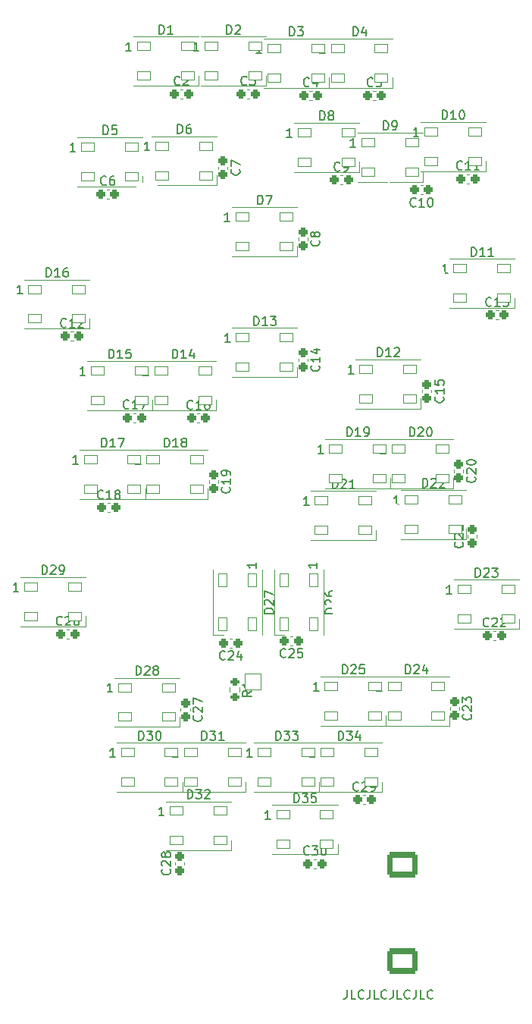
<source format=gbr>
%TF.GenerationSoftware,KiCad,Pcbnew,(6.0.9)*%
%TF.CreationDate,2023-04-01T15:31:10-08:00*%
%TF.ProjectId,SIM POWER PANEL,53494d20-504f-4574-9552-2050414e454c,3*%
%TF.SameCoordinates,Original*%
%TF.FileFunction,Legend,Top*%
%TF.FilePolarity,Positive*%
%FSLAX46Y46*%
G04 Gerber Fmt 4.6, Leading zero omitted, Abs format (unit mm)*
G04 Created by KiCad (PCBNEW (6.0.9)) date 2023-04-01 15:31:10*
%MOMM*%
%LPD*%
G01*
G04 APERTURE LIST*
G04 Aperture macros list*
%AMRoundRect*
0 Rectangle with rounded corners*
0 $1 Rounding radius*
0 $2 $3 $4 $5 $6 $7 $8 $9 X,Y pos of 4 corners*
0 Add a 4 corners polygon primitive as box body*
4,1,4,$2,$3,$4,$5,$6,$7,$8,$9,$2,$3,0*
0 Add four circle primitives for the rounded corners*
1,1,$1+$1,$2,$3*
1,1,$1+$1,$4,$5*
1,1,$1+$1,$6,$7*
1,1,$1+$1,$8,$9*
0 Add four rect primitives between the rounded corners*
20,1,$1+$1,$2,$3,$4,$5,0*
20,1,$1+$1,$4,$5,$6,$7,0*
20,1,$1+$1,$6,$7,$8,$9,0*
20,1,$1+$1,$8,$9,$2,$3,0*%
G04 Aperture macros list end*
%ADD10C,0.150000*%
%ADD11C,0.120000*%
%ADD12C,7.640752*%
%ADD13C,2.481250*%
%ADD14C,12.800000*%
%ADD15C,3.672000*%
%ADD16RoundRect,0.050000X-0.750000X-0.450000X0.750000X-0.450000X0.750000X0.450000X-0.750000X0.450000X0*%
%ADD17RoundRect,0.050000X-0.450000X0.750000X-0.450000X-0.750000X0.450000X-0.750000X0.450000X0.750000X0*%
%ADD18RoundRect,0.250000X-0.275000X0.200000X-0.275000X-0.200000X0.275000X-0.200000X0.275000X0.200000X0*%
%ADD19RoundRect,0.275000X-0.225000X-0.250000X0.225000X-0.250000X0.225000X0.250000X-0.225000X0.250000X0*%
%ADD20RoundRect,0.275000X-0.250000X0.225000X-0.250000X-0.225000X0.250000X-0.225000X0.250000X0.225000X0*%
%ADD21RoundRect,0.275000X0.225000X0.250000X-0.225000X0.250000X-0.225000X-0.250000X0.225000X-0.250000X0*%
%ADD22RoundRect,0.275000X0.250000X-0.225000X0.250000X0.225000X-0.250000X0.225000X-0.250000X-0.225000X0*%
%ADD23C,4.400000*%
%ADD24RoundRect,0.050000X-0.900000X-0.900000X0.900000X-0.900000X0.900000X0.900000X-0.900000X0.900000X0*%
%ADD25C,1.900000*%
%ADD26RoundRect,0.300001X1.399999X-1.099999X1.399999X1.099999X-1.399999X1.099999X-1.399999X-1.099999X0*%
%ADD27O,3.400000X2.800000*%
G04 APERTURE END LIST*
D10*
X246640952Y-156952380D02*
X246640952Y-157666666D01*
X246593333Y-157809523D01*
X246498095Y-157904761D01*
X246355238Y-157952380D01*
X246260000Y-157952380D01*
X247593333Y-157952380D02*
X247117142Y-157952380D01*
X247117142Y-156952380D01*
X248498095Y-157857142D02*
X248450476Y-157904761D01*
X248307619Y-157952380D01*
X248212380Y-157952380D01*
X248069523Y-157904761D01*
X247974285Y-157809523D01*
X247926666Y-157714285D01*
X247879047Y-157523809D01*
X247879047Y-157380952D01*
X247926666Y-157190476D01*
X247974285Y-157095238D01*
X248069523Y-157000000D01*
X248212380Y-156952380D01*
X248307619Y-156952380D01*
X248450476Y-157000000D01*
X248498095Y-157047619D01*
X249212380Y-156952380D02*
X249212380Y-157666666D01*
X249164761Y-157809523D01*
X249069523Y-157904761D01*
X248926666Y-157952380D01*
X248831428Y-157952380D01*
X250164761Y-157952380D02*
X249688571Y-157952380D01*
X249688571Y-156952380D01*
X251069523Y-157857142D02*
X251021904Y-157904761D01*
X250879047Y-157952380D01*
X250783809Y-157952380D01*
X250640952Y-157904761D01*
X250545714Y-157809523D01*
X250498095Y-157714285D01*
X250450476Y-157523809D01*
X250450476Y-157380952D01*
X250498095Y-157190476D01*
X250545714Y-157095238D01*
X250640952Y-157000000D01*
X250783809Y-156952380D01*
X250879047Y-156952380D01*
X251021904Y-157000000D01*
X251069523Y-157047619D01*
X251783809Y-156952380D02*
X251783809Y-157666666D01*
X251736190Y-157809523D01*
X251640952Y-157904761D01*
X251498095Y-157952380D01*
X251402857Y-157952380D01*
X252736190Y-157952380D02*
X252260000Y-157952380D01*
X252260000Y-156952380D01*
X253640952Y-157857142D02*
X253593333Y-157904761D01*
X253450476Y-157952380D01*
X253355238Y-157952380D01*
X253212380Y-157904761D01*
X253117142Y-157809523D01*
X253069523Y-157714285D01*
X253021904Y-157523809D01*
X253021904Y-157380952D01*
X253069523Y-157190476D01*
X253117142Y-157095238D01*
X253212380Y-157000000D01*
X253355238Y-156952380D01*
X253450476Y-156952380D01*
X253593333Y-157000000D01*
X253640952Y-157047619D01*
X254355238Y-156952380D02*
X254355238Y-157666666D01*
X254307619Y-157809523D01*
X254212380Y-157904761D01*
X254069523Y-157952380D01*
X253974285Y-157952380D01*
X255307619Y-157952380D02*
X254831428Y-157952380D01*
X254831428Y-156952380D01*
X256212380Y-157857142D02*
X256164761Y-157904761D01*
X256021904Y-157952380D01*
X255926666Y-157952380D01*
X255783809Y-157904761D01*
X255688571Y-157809523D01*
X255640952Y-157714285D01*
X255593333Y-157523809D01*
X255593333Y-157380952D01*
X255640952Y-157190476D01*
X255688571Y-157095238D01*
X255783809Y-157000000D01*
X255926666Y-156952380D01*
X256021904Y-156952380D01*
X256164761Y-157000000D01*
X256212380Y-157047619D01*
%TO.C,D1*%
X225661904Y-50252380D02*
X225661904Y-49252380D01*
X225900000Y-49252380D01*
X226042857Y-49300000D01*
X226138095Y-49395238D01*
X226185714Y-49490476D01*
X226233333Y-49680952D01*
X226233333Y-49823809D01*
X226185714Y-50014285D01*
X226138095Y-50109523D01*
X226042857Y-50204761D01*
X225900000Y-50252380D01*
X225661904Y-50252380D01*
X227185714Y-50252380D02*
X226614285Y-50252380D01*
X226900000Y-50252380D02*
X226900000Y-49252380D01*
X226804761Y-49395238D01*
X226709523Y-49490476D01*
X226614285Y-49538095D01*
X222535714Y-52152380D02*
X221964285Y-52152380D01*
X222250000Y-52152380D02*
X222250000Y-51152380D01*
X222154761Y-51295238D01*
X222059523Y-51390476D01*
X221964285Y-51438095D01*
%TO.C,D2*%
X233211904Y-50252380D02*
X233211904Y-49252380D01*
X233450000Y-49252380D01*
X233592857Y-49300000D01*
X233688095Y-49395238D01*
X233735714Y-49490476D01*
X233783333Y-49680952D01*
X233783333Y-49823809D01*
X233735714Y-50014285D01*
X233688095Y-50109523D01*
X233592857Y-50204761D01*
X233450000Y-50252380D01*
X233211904Y-50252380D01*
X234164285Y-49347619D02*
X234211904Y-49300000D01*
X234307142Y-49252380D01*
X234545238Y-49252380D01*
X234640476Y-49300000D01*
X234688095Y-49347619D01*
X234735714Y-49442857D01*
X234735714Y-49538095D01*
X234688095Y-49680952D01*
X234116666Y-50252380D01*
X234735714Y-50252380D01*
X230085714Y-52152380D02*
X229514285Y-52152380D01*
X229800000Y-52152380D02*
X229800000Y-51152380D01*
X229704761Y-51295238D01*
X229609523Y-51390476D01*
X229514285Y-51438095D01*
%TO.C,D3*%
X240211904Y-50452380D02*
X240211904Y-49452380D01*
X240450000Y-49452380D01*
X240592857Y-49500000D01*
X240688095Y-49595238D01*
X240735714Y-49690476D01*
X240783333Y-49880952D01*
X240783333Y-50023809D01*
X240735714Y-50214285D01*
X240688095Y-50309523D01*
X240592857Y-50404761D01*
X240450000Y-50452380D01*
X240211904Y-50452380D01*
X241116666Y-49452380D02*
X241735714Y-49452380D01*
X241402380Y-49833333D01*
X241545238Y-49833333D01*
X241640476Y-49880952D01*
X241688095Y-49928571D01*
X241735714Y-50023809D01*
X241735714Y-50261904D01*
X241688095Y-50357142D01*
X241640476Y-50404761D01*
X241545238Y-50452380D01*
X241259523Y-50452380D01*
X241164285Y-50404761D01*
X241116666Y-50357142D01*
X237085714Y-52352380D02*
X236514285Y-52352380D01*
X236800000Y-52352380D02*
X236800000Y-51352380D01*
X236704761Y-51495238D01*
X236609523Y-51590476D01*
X236514285Y-51638095D01*
%TO.C,D4*%
X247311904Y-50452380D02*
X247311904Y-49452380D01*
X247550000Y-49452380D01*
X247692857Y-49500000D01*
X247788095Y-49595238D01*
X247835714Y-49690476D01*
X247883333Y-49880952D01*
X247883333Y-50023809D01*
X247835714Y-50214285D01*
X247788095Y-50309523D01*
X247692857Y-50404761D01*
X247550000Y-50452380D01*
X247311904Y-50452380D01*
X248740476Y-49785714D02*
X248740476Y-50452380D01*
X248502380Y-49404761D02*
X248264285Y-50119047D01*
X248883333Y-50119047D01*
X244185714Y-52352380D02*
X243614285Y-52352380D01*
X243900000Y-52352380D02*
X243900000Y-51352380D01*
X243804761Y-51495238D01*
X243709523Y-51590476D01*
X243614285Y-51638095D01*
%TO.C,D5*%
X219411904Y-61452380D02*
X219411904Y-60452380D01*
X219650000Y-60452380D01*
X219792857Y-60500000D01*
X219888095Y-60595238D01*
X219935714Y-60690476D01*
X219983333Y-60880952D01*
X219983333Y-61023809D01*
X219935714Y-61214285D01*
X219888095Y-61309523D01*
X219792857Y-61404761D01*
X219650000Y-61452380D01*
X219411904Y-61452380D01*
X220888095Y-60452380D02*
X220411904Y-60452380D01*
X220364285Y-60928571D01*
X220411904Y-60880952D01*
X220507142Y-60833333D01*
X220745238Y-60833333D01*
X220840476Y-60880952D01*
X220888095Y-60928571D01*
X220935714Y-61023809D01*
X220935714Y-61261904D01*
X220888095Y-61357142D01*
X220840476Y-61404761D01*
X220745238Y-61452380D01*
X220507142Y-61452380D01*
X220411904Y-61404761D01*
X220364285Y-61357142D01*
X216285714Y-63352380D02*
X215714285Y-63352380D01*
X216000000Y-63352380D02*
X216000000Y-62352380D01*
X215904761Y-62495238D01*
X215809523Y-62590476D01*
X215714285Y-62638095D01*
%TO.C,D6*%
X227711904Y-61352380D02*
X227711904Y-60352380D01*
X227950000Y-60352380D01*
X228092857Y-60400000D01*
X228188095Y-60495238D01*
X228235714Y-60590476D01*
X228283333Y-60780952D01*
X228283333Y-60923809D01*
X228235714Y-61114285D01*
X228188095Y-61209523D01*
X228092857Y-61304761D01*
X227950000Y-61352380D01*
X227711904Y-61352380D01*
X229140476Y-60352380D02*
X228950000Y-60352380D01*
X228854761Y-60400000D01*
X228807142Y-60447619D01*
X228711904Y-60590476D01*
X228664285Y-60780952D01*
X228664285Y-61161904D01*
X228711904Y-61257142D01*
X228759523Y-61304761D01*
X228854761Y-61352380D01*
X229045238Y-61352380D01*
X229140476Y-61304761D01*
X229188095Y-61257142D01*
X229235714Y-61161904D01*
X229235714Y-60923809D01*
X229188095Y-60828571D01*
X229140476Y-60780952D01*
X229045238Y-60733333D01*
X228854761Y-60733333D01*
X228759523Y-60780952D01*
X228711904Y-60828571D01*
X228664285Y-60923809D01*
X224585714Y-63252380D02*
X224014285Y-63252380D01*
X224300000Y-63252380D02*
X224300000Y-62252380D01*
X224204761Y-62395238D01*
X224109523Y-62490476D01*
X224014285Y-62538095D01*
%TO.C,D7*%
X236661904Y-69252380D02*
X236661904Y-68252380D01*
X236900000Y-68252380D01*
X237042857Y-68300000D01*
X237138095Y-68395238D01*
X237185714Y-68490476D01*
X237233333Y-68680952D01*
X237233333Y-68823809D01*
X237185714Y-69014285D01*
X237138095Y-69109523D01*
X237042857Y-69204761D01*
X236900000Y-69252380D01*
X236661904Y-69252380D01*
X237566666Y-68252380D02*
X238233333Y-68252380D01*
X237804761Y-69252380D01*
X233535714Y-71152380D02*
X232964285Y-71152380D01*
X233250000Y-71152380D02*
X233250000Y-70152380D01*
X233154761Y-70295238D01*
X233059523Y-70390476D01*
X232964285Y-70438095D01*
%TO.C,D8*%
X243611904Y-59852380D02*
X243611904Y-58852380D01*
X243850000Y-58852380D01*
X243992857Y-58900000D01*
X244088095Y-58995238D01*
X244135714Y-59090476D01*
X244183333Y-59280952D01*
X244183333Y-59423809D01*
X244135714Y-59614285D01*
X244088095Y-59709523D01*
X243992857Y-59804761D01*
X243850000Y-59852380D01*
X243611904Y-59852380D01*
X244754761Y-59280952D02*
X244659523Y-59233333D01*
X244611904Y-59185714D01*
X244564285Y-59090476D01*
X244564285Y-59042857D01*
X244611904Y-58947619D01*
X244659523Y-58900000D01*
X244754761Y-58852380D01*
X244945238Y-58852380D01*
X245040476Y-58900000D01*
X245088095Y-58947619D01*
X245135714Y-59042857D01*
X245135714Y-59090476D01*
X245088095Y-59185714D01*
X245040476Y-59233333D01*
X244945238Y-59280952D01*
X244754761Y-59280952D01*
X244659523Y-59328571D01*
X244611904Y-59376190D01*
X244564285Y-59471428D01*
X244564285Y-59661904D01*
X244611904Y-59757142D01*
X244659523Y-59804761D01*
X244754761Y-59852380D01*
X244945238Y-59852380D01*
X245040476Y-59804761D01*
X245088095Y-59757142D01*
X245135714Y-59661904D01*
X245135714Y-59471428D01*
X245088095Y-59376190D01*
X245040476Y-59328571D01*
X244945238Y-59280952D01*
X240485714Y-61752380D02*
X239914285Y-61752380D01*
X240200000Y-61752380D02*
X240200000Y-60752380D01*
X240104761Y-60895238D01*
X240009523Y-60990476D01*
X239914285Y-61038095D01*
%TO.C,D9*%
X250711904Y-60952380D02*
X250711904Y-59952380D01*
X250950000Y-59952380D01*
X251092857Y-60000000D01*
X251188095Y-60095238D01*
X251235714Y-60190476D01*
X251283333Y-60380952D01*
X251283333Y-60523809D01*
X251235714Y-60714285D01*
X251188095Y-60809523D01*
X251092857Y-60904761D01*
X250950000Y-60952380D01*
X250711904Y-60952380D01*
X251759523Y-60952380D02*
X251950000Y-60952380D01*
X252045238Y-60904761D01*
X252092857Y-60857142D01*
X252188095Y-60714285D01*
X252235714Y-60523809D01*
X252235714Y-60142857D01*
X252188095Y-60047619D01*
X252140476Y-60000000D01*
X252045238Y-59952380D01*
X251854761Y-59952380D01*
X251759523Y-60000000D01*
X251711904Y-60047619D01*
X251664285Y-60142857D01*
X251664285Y-60380952D01*
X251711904Y-60476190D01*
X251759523Y-60523809D01*
X251854761Y-60571428D01*
X252045238Y-60571428D01*
X252140476Y-60523809D01*
X252188095Y-60476190D01*
X252235714Y-60380952D01*
X247585714Y-62852380D02*
X247014285Y-62852380D01*
X247300000Y-62852380D02*
X247300000Y-61852380D01*
X247204761Y-61995238D01*
X247109523Y-62090476D01*
X247014285Y-62138095D01*
%TO.C,D10*%
X257285714Y-59752380D02*
X257285714Y-58752380D01*
X257523809Y-58752380D01*
X257666666Y-58800000D01*
X257761904Y-58895238D01*
X257809523Y-58990476D01*
X257857142Y-59180952D01*
X257857142Y-59323809D01*
X257809523Y-59514285D01*
X257761904Y-59609523D01*
X257666666Y-59704761D01*
X257523809Y-59752380D01*
X257285714Y-59752380D01*
X258809523Y-59752380D02*
X258238095Y-59752380D01*
X258523809Y-59752380D02*
X258523809Y-58752380D01*
X258428571Y-58895238D01*
X258333333Y-58990476D01*
X258238095Y-59038095D01*
X259428571Y-58752380D02*
X259523809Y-58752380D01*
X259619047Y-58800000D01*
X259666666Y-58847619D01*
X259714285Y-58942857D01*
X259761904Y-59133333D01*
X259761904Y-59371428D01*
X259714285Y-59561904D01*
X259666666Y-59657142D01*
X259619047Y-59704761D01*
X259523809Y-59752380D01*
X259428571Y-59752380D01*
X259333333Y-59704761D01*
X259285714Y-59657142D01*
X259238095Y-59561904D01*
X259190476Y-59371428D01*
X259190476Y-59133333D01*
X259238095Y-58942857D01*
X259285714Y-58847619D01*
X259333333Y-58800000D01*
X259428571Y-58752380D01*
X254635714Y-61652380D02*
X254064285Y-61652380D01*
X254350000Y-61652380D02*
X254350000Y-60652380D01*
X254254761Y-60795238D01*
X254159523Y-60890476D01*
X254064285Y-60938095D01*
%TO.C,D11*%
X260535714Y-75052380D02*
X260535714Y-74052380D01*
X260773809Y-74052380D01*
X260916666Y-74100000D01*
X261011904Y-74195238D01*
X261059523Y-74290476D01*
X261107142Y-74480952D01*
X261107142Y-74623809D01*
X261059523Y-74814285D01*
X261011904Y-74909523D01*
X260916666Y-75004761D01*
X260773809Y-75052380D01*
X260535714Y-75052380D01*
X262059523Y-75052380D02*
X261488095Y-75052380D01*
X261773809Y-75052380D02*
X261773809Y-74052380D01*
X261678571Y-74195238D01*
X261583333Y-74290476D01*
X261488095Y-74338095D01*
X263011904Y-75052380D02*
X262440476Y-75052380D01*
X262726190Y-75052380D02*
X262726190Y-74052380D01*
X262630952Y-74195238D01*
X262535714Y-74290476D01*
X262440476Y-74338095D01*
X257885714Y-76952380D02*
X257314285Y-76952380D01*
X257600000Y-76952380D02*
X257600000Y-75952380D01*
X257504761Y-76095238D01*
X257409523Y-76190476D01*
X257314285Y-76238095D01*
%TO.C,D12*%
X250035714Y-86252380D02*
X250035714Y-85252380D01*
X250273809Y-85252380D01*
X250416666Y-85300000D01*
X250511904Y-85395238D01*
X250559523Y-85490476D01*
X250607142Y-85680952D01*
X250607142Y-85823809D01*
X250559523Y-86014285D01*
X250511904Y-86109523D01*
X250416666Y-86204761D01*
X250273809Y-86252380D01*
X250035714Y-86252380D01*
X251559523Y-86252380D02*
X250988095Y-86252380D01*
X251273809Y-86252380D02*
X251273809Y-85252380D01*
X251178571Y-85395238D01*
X251083333Y-85490476D01*
X250988095Y-85538095D01*
X251940476Y-85347619D02*
X251988095Y-85300000D01*
X252083333Y-85252380D01*
X252321428Y-85252380D01*
X252416666Y-85300000D01*
X252464285Y-85347619D01*
X252511904Y-85442857D01*
X252511904Y-85538095D01*
X252464285Y-85680952D01*
X251892857Y-86252380D01*
X252511904Y-86252380D01*
X247385714Y-88152380D02*
X246814285Y-88152380D01*
X247100000Y-88152380D02*
X247100000Y-87152380D01*
X247004761Y-87295238D01*
X246909523Y-87390476D01*
X246814285Y-87438095D01*
%TO.C,D13*%
X236235714Y-82752380D02*
X236235714Y-81752380D01*
X236473809Y-81752380D01*
X236616666Y-81800000D01*
X236711904Y-81895238D01*
X236759523Y-81990476D01*
X236807142Y-82180952D01*
X236807142Y-82323809D01*
X236759523Y-82514285D01*
X236711904Y-82609523D01*
X236616666Y-82704761D01*
X236473809Y-82752380D01*
X236235714Y-82752380D01*
X237759523Y-82752380D02*
X237188095Y-82752380D01*
X237473809Y-82752380D02*
X237473809Y-81752380D01*
X237378571Y-81895238D01*
X237283333Y-81990476D01*
X237188095Y-82038095D01*
X238092857Y-81752380D02*
X238711904Y-81752380D01*
X238378571Y-82133333D01*
X238521428Y-82133333D01*
X238616666Y-82180952D01*
X238664285Y-82228571D01*
X238711904Y-82323809D01*
X238711904Y-82561904D01*
X238664285Y-82657142D01*
X238616666Y-82704761D01*
X238521428Y-82752380D01*
X238235714Y-82752380D01*
X238140476Y-82704761D01*
X238092857Y-82657142D01*
X233585714Y-84652380D02*
X233014285Y-84652380D01*
X233300000Y-84652380D02*
X233300000Y-83652380D01*
X233204761Y-83795238D01*
X233109523Y-83890476D01*
X233014285Y-83938095D01*
%TO.C,D14*%
X227135714Y-86452380D02*
X227135714Y-85452380D01*
X227373809Y-85452380D01*
X227516666Y-85500000D01*
X227611904Y-85595238D01*
X227659523Y-85690476D01*
X227707142Y-85880952D01*
X227707142Y-86023809D01*
X227659523Y-86214285D01*
X227611904Y-86309523D01*
X227516666Y-86404761D01*
X227373809Y-86452380D01*
X227135714Y-86452380D01*
X228659523Y-86452380D02*
X228088095Y-86452380D01*
X228373809Y-86452380D02*
X228373809Y-85452380D01*
X228278571Y-85595238D01*
X228183333Y-85690476D01*
X228088095Y-85738095D01*
X229516666Y-85785714D02*
X229516666Y-86452380D01*
X229278571Y-85404761D02*
X229040476Y-86119047D01*
X229659523Y-86119047D01*
X224485714Y-88352380D02*
X223914285Y-88352380D01*
X224200000Y-88352380D02*
X224200000Y-87352380D01*
X224104761Y-87495238D01*
X224009523Y-87590476D01*
X223914285Y-87638095D01*
%TO.C,D15*%
X220035714Y-86452380D02*
X220035714Y-85452380D01*
X220273809Y-85452380D01*
X220416666Y-85500000D01*
X220511904Y-85595238D01*
X220559523Y-85690476D01*
X220607142Y-85880952D01*
X220607142Y-86023809D01*
X220559523Y-86214285D01*
X220511904Y-86309523D01*
X220416666Y-86404761D01*
X220273809Y-86452380D01*
X220035714Y-86452380D01*
X221559523Y-86452380D02*
X220988095Y-86452380D01*
X221273809Y-86452380D02*
X221273809Y-85452380D01*
X221178571Y-85595238D01*
X221083333Y-85690476D01*
X220988095Y-85738095D01*
X222464285Y-85452380D02*
X221988095Y-85452380D01*
X221940476Y-85928571D01*
X221988095Y-85880952D01*
X222083333Y-85833333D01*
X222321428Y-85833333D01*
X222416666Y-85880952D01*
X222464285Y-85928571D01*
X222511904Y-86023809D01*
X222511904Y-86261904D01*
X222464285Y-86357142D01*
X222416666Y-86404761D01*
X222321428Y-86452380D01*
X222083333Y-86452380D01*
X221988095Y-86404761D01*
X221940476Y-86357142D01*
X217385714Y-88352380D02*
X216814285Y-88352380D01*
X217100000Y-88352380D02*
X217100000Y-87352380D01*
X217004761Y-87495238D01*
X216909523Y-87590476D01*
X216814285Y-87638095D01*
%TO.C,D16*%
X213035714Y-77352380D02*
X213035714Y-76352380D01*
X213273809Y-76352380D01*
X213416666Y-76400000D01*
X213511904Y-76495238D01*
X213559523Y-76590476D01*
X213607142Y-76780952D01*
X213607142Y-76923809D01*
X213559523Y-77114285D01*
X213511904Y-77209523D01*
X213416666Y-77304761D01*
X213273809Y-77352380D01*
X213035714Y-77352380D01*
X214559523Y-77352380D02*
X213988095Y-77352380D01*
X214273809Y-77352380D02*
X214273809Y-76352380D01*
X214178571Y-76495238D01*
X214083333Y-76590476D01*
X213988095Y-76638095D01*
X215416666Y-76352380D02*
X215226190Y-76352380D01*
X215130952Y-76400000D01*
X215083333Y-76447619D01*
X214988095Y-76590476D01*
X214940476Y-76780952D01*
X214940476Y-77161904D01*
X214988095Y-77257142D01*
X215035714Y-77304761D01*
X215130952Y-77352380D01*
X215321428Y-77352380D01*
X215416666Y-77304761D01*
X215464285Y-77257142D01*
X215511904Y-77161904D01*
X215511904Y-76923809D01*
X215464285Y-76828571D01*
X215416666Y-76780952D01*
X215321428Y-76733333D01*
X215130952Y-76733333D01*
X215035714Y-76780952D01*
X214988095Y-76828571D01*
X214940476Y-76923809D01*
X210385714Y-79252380D02*
X209814285Y-79252380D01*
X210100000Y-79252380D02*
X210100000Y-78252380D01*
X210004761Y-78395238D01*
X209909523Y-78490476D01*
X209814285Y-78538095D01*
%TO.C,D17*%
X219235714Y-96352380D02*
X219235714Y-95352380D01*
X219473809Y-95352380D01*
X219616666Y-95400000D01*
X219711904Y-95495238D01*
X219759523Y-95590476D01*
X219807142Y-95780952D01*
X219807142Y-95923809D01*
X219759523Y-96114285D01*
X219711904Y-96209523D01*
X219616666Y-96304761D01*
X219473809Y-96352380D01*
X219235714Y-96352380D01*
X220759523Y-96352380D02*
X220188095Y-96352380D01*
X220473809Y-96352380D02*
X220473809Y-95352380D01*
X220378571Y-95495238D01*
X220283333Y-95590476D01*
X220188095Y-95638095D01*
X221092857Y-95352380D02*
X221759523Y-95352380D01*
X221330952Y-96352380D01*
X216585714Y-98252380D02*
X216014285Y-98252380D01*
X216300000Y-98252380D02*
X216300000Y-97252380D01*
X216204761Y-97395238D01*
X216109523Y-97490476D01*
X216014285Y-97538095D01*
%TO.C,D18*%
X226235714Y-96352380D02*
X226235714Y-95352380D01*
X226473809Y-95352380D01*
X226616666Y-95400000D01*
X226711904Y-95495238D01*
X226759523Y-95590476D01*
X226807142Y-95780952D01*
X226807142Y-95923809D01*
X226759523Y-96114285D01*
X226711904Y-96209523D01*
X226616666Y-96304761D01*
X226473809Y-96352380D01*
X226235714Y-96352380D01*
X227759523Y-96352380D02*
X227188095Y-96352380D01*
X227473809Y-96352380D02*
X227473809Y-95352380D01*
X227378571Y-95495238D01*
X227283333Y-95590476D01*
X227188095Y-95638095D01*
X228330952Y-95780952D02*
X228235714Y-95733333D01*
X228188095Y-95685714D01*
X228140476Y-95590476D01*
X228140476Y-95542857D01*
X228188095Y-95447619D01*
X228235714Y-95400000D01*
X228330952Y-95352380D01*
X228521428Y-95352380D01*
X228616666Y-95400000D01*
X228664285Y-95447619D01*
X228711904Y-95542857D01*
X228711904Y-95590476D01*
X228664285Y-95685714D01*
X228616666Y-95733333D01*
X228521428Y-95780952D01*
X228330952Y-95780952D01*
X228235714Y-95828571D01*
X228188095Y-95876190D01*
X228140476Y-95971428D01*
X228140476Y-96161904D01*
X228188095Y-96257142D01*
X228235714Y-96304761D01*
X228330952Y-96352380D01*
X228521428Y-96352380D01*
X228616666Y-96304761D01*
X228664285Y-96257142D01*
X228711904Y-96161904D01*
X228711904Y-95971428D01*
X228664285Y-95876190D01*
X228616666Y-95828571D01*
X228521428Y-95780952D01*
X223585714Y-98252380D02*
X223014285Y-98252380D01*
X223300000Y-98252380D02*
X223300000Y-97252380D01*
X223204761Y-97395238D01*
X223109523Y-97490476D01*
X223014285Y-97538095D01*
%TO.C,D19*%
X246635714Y-95152380D02*
X246635714Y-94152380D01*
X246873809Y-94152380D01*
X247016666Y-94200000D01*
X247111904Y-94295238D01*
X247159523Y-94390476D01*
X247207142Y-94580952D01*
X247207142Y-94723809D01*
X247159523Y-94914285D01*
X247111904Y-95009523D01*
X247016666Y-95104761D01*
X246873809Y-95152380D01*
X246635714Y-95152380D01*
X248159523Y-95152380D02*
X247588095Y-95152380D01*
X247873809Y-95152380D02*
X247873809Y-94152380D01*
X247778571Y-94295238D01*
X247683333Y-94390476D01*
X247588095Y-94438095D01*
X248635714Y-95152380D02*
X248826190Y-95152380D01*
X248921428Y-95104761D01*
X248969047Y-95057142D01*
X249064285Y-94914285D01*
X249111904Y-94723809D01*
X249111904Y-94342857D01*
X249064285Y-94247619D01*
X249016666Y-94200000D01*
X248921428Y-94152380D01*
X248730952Y-94152380D01*
X248635714Y-94200000D01*
X248588095Y-94247619D01*
X248540476Y-94342857D01*
X248540476Y-94580952D01*
X248588095Y-94676190D01*
X248635714Y-94723809D01*
X248730952Y-94771428D01*
X248921428Y-94771428D01*
X249016666Y-94723809D01*
X249064285Y-94676190D01*
X249111904Y-94580952D01*
X243985714Y-97052380D02*
X243414285Y-97052380D01*
X243700000Y-97052380D02*
X243700000Y-96052380D01*
X243604761Y-96195238D01*
X243509523Y-96290476D01*
X243414285Y-96338095D01*
%TO.C,D20*%
X253635714Y-95152380D02*
X253635714Y-94152380D01*
X253873809Y-94152380D01*
X254016666Y-94200000D01*
X254111904Y-94295238D01*
X254159523Y-94390476D01*
X254207142Y-94580952D01*
X254207142Y-94723809D01*
X254159523Y-94914285D01*
X254111904Y-95009523D01*
X254016666Y-95104761D01*
X253873809Y-95152380D01*
X253635714Y-95152380D01*
X254588095Y-94247619D02*
X254635714Y-94200000D01*
X254730952Y-94152380D01*
X254969047Y-94152380D01*
X255064285Y-94200000D01*
X255111904Y-94247619D01*
X255159523Y-94342857D01*
X255159523Y-94438095D01*
X255111904Y-94580952D01*
X254540476Y-95152380D01*
X255159523Y-95152380D01*
X255778571Y-94152380D02*
X255873809Y-94152380D01*
X255969047Y-94200000D01*
X256016666Y-94247619D01*
X256064285Y-94342857D01*
X256111904Y-94533333D01*
X256111904Y-94771428D01*
X256064285Y-94961904D01*
X256016666Y-95057142D01*
X255969047Y-95104761D01*
X255873809Y-95152380D01*
X255778571Y-95152380D01*
X255683333Y-95104761D01*
X255635714Y-95057142D01*
X255588095Y-94961904D01*
X255540476Y-94771428D01*
X255540476Y-94533333D01*
X255588095Y-94342857D01*
X255635714Y-94247619D01*
X255683333Y-94200000D01*
X255778571Y-94152380D01*
X250985714Y-97052380D02*
X250414285Y-97052380D01*
X250700000Y-97052380D02*
X250700000Y-96052380D01*
X250604761Y-96195238D01*
X250509523Y-96290476D01*
X250414285Y-96338095D01*
%TO.C,D21*%
X245035714Y-100952380D02*
X245035714Y-99952380D01*
X245273809Y-99952380D01*
X245416666Y-100000000D01*
X245511904Y-100095238D01*
X245559523Y-100190476D01*
X245607142Y-100380952D01*
X245607142Y-100523809D01*
X245559523Y-100714285D01*
X245511904Y-100809523D01*
X245416666Y-100904761D01*
X245273809Y-100952380D01*
X245035714Y-100952380D01*
X245988095Y-100047619D02*
X246035714Y-100000000D01*
X246130952Y-99952380D01*
X246369047Y-99952380D01*
X246464285Y-100000000D01*
X246511904Y-100047619D01*
X246559523Y-100142857D01*
X246559523Y-100238095D01*
X246511904Y-100380952D01*
X245940476Y-100952380D01*
X246559523Y-100952380D01*
X247511904Y-100952380D02*
X246940476Y-100952380D01*
X247226190Y-100952380D02*
X247226190Y-99952380D01*
X247130952Y-100095238D01*
X247035714Y-100190476D01*
X246940476Y-100238095D01*
X242385714Y-102852380D02*
X241814285Y-102852380D01*
X242100000Y-102852380D02*
X242100000Y-101852380D01*
X242004761Y-101995238D01*
X241909523Y-102090476D01*
X241814285Y-102138095D01*
%TO.C,D22*%
X255085714Y-100852380D02*
X255085714Y-99852380D01*
X255323809Y-99852380D01*
X255466666Y-99900000D01*
X255561904Y-99995238D01*
X255609523Y-100090476D01*
X255657142Y-100280952D01*
X255657142Y-100423809D01*
X255609523Y-100614285D01*
X255561904Y-100709523D01*
X255466666Y-100804761D01*
X255323809Y-100852380D01*
X255085714Y-100852380D01*
X256038095Y-99947619D02*
X256085714Y-99900000D01*
X256180952Y-99852380D01*
X256419047Y-99852380D01*
X256514285Y-99900000D01*
X256561904Y-99947619D01*
X256609523Y-100042857D01*
X256609523Y-100138095D01*
X256561904Y-100280952D01*
X255990476Y-100852380D01*
X256609523Y-100852380D01*
X256990476Y-99947619D02*
X257038095Y-99900000D01*
X257133333Y-99852380D01*
X257371428Y-99852380D01*
X257466666Y-99900000D01*
X257514285Y-99947619D01*
X257561904Y-100042857D01*
X257561904Y-100138095D01*
X257514285Y-100280952D01*
X256942857Y-100852380D01*
X257561904Y-100852380D01*
X252435714Y-102752380D02*
X251864285Y-102752380D01*
X252150000Y-102752380D02*
X252150000Y-101752380D01*
X252054761Y-101895238D01*
X251959523Y-101990476D01*
X251864285Y-102038095D01*
%TO.C,D23*%
X260985714Y-110852380D02*
X260985714Y-109852380D01*
X261223809Y-109852380D01*
X261366666Y-109900000D01*
X261461904Y-109995238D01*
X261509523Y-110090476D01*
X261557142Y-110280952D01*
X261557142Y-110423809D01*
X261509523Y-110614285D01*
X261461904Y-110709523D01*
X261366666Y-110804761D01*
X261223809Y-110852380D01*
X260985714Y-110852380D01*
X261938095Y-109947619D02*
X261985714Y-109900000D01*
X262080952Y-109852380D01*
X262319047Y-109852380D01*
X262414285Y-109900000D01*
X262461904Y-109947619D01*
X262509523Y-110042857D01*
X262509523Y-110138095D01*
X262461904Y-110280952D01*
X261890476Y-110852380D01*
X262509523Y-110852380D01*
X262842857Y-109852380D02*
X263461904Y-109852380D01*
X263128571Y-110233333D01*
X263271428Y-110233333D01*
X263366666Y-110280952D01*
X263414285Y-110328571D01*
X263461904Y-110423809D01*
X263461904Y-110661904D01*
X263414285Y-110757142D01*
X263366666Y-110804761D01*
X263271428Y-110852380D01*
X262985714Y-110852380D01*
X262890476Y-110804761D01*
X262842857Y-110757142D01*
X258335714Y-112752380D02*
X257764285Y-112752380D01*
X258050000Y-112752380D02*
X258050000Y-111752380D01*
X257954761Y-111895238D01*
X257859523Y-111990476D01*
X257764285Y-112038095D01*
%TO.C,D24*%
X253185714Y-121652380D02*
X253185714Y-120652380D01*
X253423809Y-120652380D01*
X253566666Y-120700000D01*
X253661904Y-120795238D01*
X253709523Y-120890476D01*
X253757142Y-121080952D01*
X253757142Y-121223809D01*
X253709523Y-121414285D01*
X253661904Y-121509523D01*
X253566666Y-121604761D01*
X253423809Y-121652380D01*
X253185714Y-121652380D01*
X254138095Y-120747619D02*
X254185714Y-120700000D01*
X254280952Y-120652380D01*
X254519047Y-120652380D01*
X254614285Y-120700000D01*
X254661904Y-120747619D01*
X254709523Y-120842857D01*
X254709523Y-120938095D01*
X254661904Y-121080952D01*
X254090476Y-121652380D01*
X254709523Y-121652380D01*
X255566666Y-120985714D02*
X255566666Y-121652380D01*
X255328571Y-120604761D02*
X255090476Y-121319047D01*
X255709523Y-121319047D01*
X250535714Y-123552380D02*
X249964285Y-123552380D01*
X250250000Y-123552380D02*
X250250000Y-122552380D01*
X250154761Y-122695238D01*
X250059523Y-122790476D01*
X249964285Y-122838095D01*
%TO.C,D25*%
X246135714Y-121652380D02*
X246135714Y-120652380D01*
X246373809Y-120652380D01*
X246516666Y-120700000D01*
X246611904Y-120795238D01*
X246659523Y-120890476D01*
X246707142Y-121080952D01*
X246707142Y-121223809D01*
X246659523Y-121414285D01*
X246611904Y-121509523D01*
X246516666Y-121604761D01*
X246373809Y-121652380D01*
X246135714Y-121652380D01*
X247088095Y-120747619D02*
X247135714Y-120700000D01*
X247230952Y-120652380D01*
X247469047Y-120652380D01*
X247564285Y-120700000D01*
X247611904Y-120747619D01*
X247659523Y-120842857D01*
X247659523Y-120938095D01*
X247611904Y-121080952D01*
X247040476Y-121652380D01*
X247659523Y-121652380D01*
X248564285Y-120652380D02*
X248088095Y-120652380D01*
X248040476Y-121128571D01*
X248088095Y-121080952D01*
X248183333Y-121033333D01*
X248421428Y-121033333D01*
X248516666Y-121080952D01*
X248564285Y-121128571D01*
X248611904Y-121223809D01*
X248611904Y-121461904D01*
X248564285Y-121557142D01*
X248516666Y-121604761D01*
X248421428Y-121652380D01*
X248183333Y-121652380D01*
X248088095Y-121604761D01*
X248040476Y-121557142D01*
X243485714Y-123552380D02*
X242914285Y-123552380D01*
X243200000Y-123552380D02*
X243200000Y-122552380D01*
X243104761Y-122695238D01*
X243009523Y-122790476D01*
X242914285Y-122838095D01*
%TO.C,D26*%
X245202380Y-114914285D02*
X244202380Y-114914285D01*
X244202380Y-114676190D01*
X244250000Y-114533333D01*
X244345238Y-114438095D01*
X244440476Y-114390476D01*
X244630952Y-114342857D01*
X244773809Y-114342857D01*
X244964285Y-114390476D01*
X245059523Y-114438095D01*
X245154761Y-114533333D01*
X245202380Y-114676190D01*
X245202380Y-114914285D01*
X244297619Y-113961904D02*
X244250000Y-113914285D01*
X244202380Y-113819047D01*
X244202380Y-113580952D01*
X244250000Y-113485714D01*
X244297619Y-113438095D01*
X244392857Y-113390476D01*
X244488095Y-113390476D01*
X244630952Y-113438095D01*
X245202380Y-114009523D01*
X245202380Y-113390476D01*
X244202380Y-112533333D02*
X244202380Y-112723809D01*
X244250000Y-112819047D01*
X244297619Y-112866666D01*
X244440476Y-112961904D01*
X244630952Y-113009523D01*
X245011904Y-113009523D01*
X245107142Y-112961904D01*
X245154761Y-112914285D01*
X245202380Y-112819047D01*
X245202380Y-112628571D01*
X245154761Y-112533333D01*
X245107142Y-112485714D01*
X245011904Y-112438095D01*
X244773809Y-112438095D01*
X244678571Y-112485714D01*
X244630952Y-112533333D01*
X244583333Y-112628571D01*
X244583333Y-112819047D01*
X244630952Y-112914285D01*
X244678571Y-112961904D01*
X244773809Y-113009523D01*
X243302380Y-109264285D02*
X243302380Y-109835714D01*
X243302380Y-109550000D02*
X242302380Y-109550000D01*
X242445238Y-109645238D01*
X242540476Y-109740476D01*
X242588095Y-109835714D01*
%TO.C,D27*%
X238402380Y-114914285D02*
X237402380Y-114914285D01*
X237402380Y-114676190D01*
X237450000Y-114533333D01*
X237545238Y-114438095D01*
X237640476Y-114390476D01*
X237830952Y-114342857D01*
X237973809Y-114342857D01*
X238164285Y-114390476D01*
X238259523Y-114438095D01*
X238354761Y-114533333D01*
X238402380Y-114676190D01*
X238402380Y-114914285D01*
X237497619Y-113961904D02*
X237450000Y-113914285D01*
X237402380Y-113819047D01*
X237402380Y-113580952D01*
X237450000Y-113485714D01*
X237497619Y-113438095D01*
X237592857Y-113390476D01*
X237688095Y-113390476D01*
X237830952Y-113438095D01*
X238402380Y-114009523D01*
X238402380Y-113390476D01*
X237402380Y-113057142D02*
X237402380Y-112390476D01*
X238402380Y-112819047D01*
X236502380Y-109264285D02*
X236502380Y-109835714D01*
X236502380Y-109550000D02*
X235502380Y-109550000D01*
X235645238Y-109645238D01*
X235740476Y-109740476D01*
X235788095Y-109835714D01*
%TO.C,D28*%
X223085714Y-121802380D02*
X223085714Y-120802380D01*
X223323809Y-120802380D01*
X223466666Y-120850000D01*
X223561904Y-120945238D01*
X223609523Y-121040476D01*
X223657142Y-121230952D01*
X223657142Y-121373809D01*
X223609523Y-121564285D01*
X223561904Y-121659523D01*
X223466666Y-121754761D01*
X223323809Y-121802380D01*
X223085714Y-121802380D01*
X224038095Y-120897619D02*
X224085714Y-120850000D01*
X224180952Y-120802380D01*
X224419047Y-120802380D01*
X224514285Y-120850000D01*
X224561904Y-120897619D01*
X224609523Y-120992857D01*
X224609523Y-121088095D01*
X224561904Y-121230952D01*
X223990476Y-121802380D01*
X224609523Y-121802380D01*
X225180952Y-121230952D02*
X225085714Y-121183333D01*
X225038095Y-121135714D01*
X224990476Y-121040476D01*
X224990476Y-120992857D01*
X225038095Y-120897619D01*
X225085714Y-120850000D01*
X225180952Y-120802380D01*
X225371428Y-120802380D01*
X225466666Y-120850000D01*
X225514285Y-120897619D01*
X225561904Y-120992857D01*
X225561904Y-121040476D01*
X225514285Y-121135714D01*
X225466666Y-121183333D01*
X225371428Y-121230952D01*
X225180952Y-121230952D01*
X225085714Y-121278571D01*
X225038095Y-121326190D01*
X224990476Y-121421428D01*
X224990476Y-121611904D01*
X225038095Y-121707142D01*
X225085714Y-121754761D01*
X225180952Y-121802380D01*
X225371428Y-121802380D01*
X225466666Y-121754761D01*
X225514285Y-121707142D01*
X225561904Y-121611904D01*
X225561904Y-121421428D01*
X225514285Y-121326190D01*
X225466666Y-121278571D01*
X225371428Y-121230952D01*
X220435714Y-123702380D02*
X219864285Y-123702380D01*
X220150000Y-123702380D02*
X220150000Y-122702380D01*
X220054761Y-122845238D01*
X219959523Y-122940476D01*
X219864285Y-122988095D01*
%TO.C,D29*%
X212585714Y-110552380D02*
X212585714Y-109552380D01*
X212823809Y-109552380D01*
X212966666Y-109600000D01*
X213061904Y-109695238D01*
X213109523Y-109790476D01*
X213157142Y-109980952D01*
X213157142Y-110123809D01*
X213109523Y-110314285D01*
X213061904Y-110409523D01*
X212966666Y-110504761D01*
X212823809Y-110552380D01*
X212585714Y-110552380D01*
X213538095Y-109647619D02*
X213585714Y-109600000D01*
X213680952Y-109552380D01*
X213919047Y-109552380D01*
X214014285Y-109600000D01*
X214061904Y-109647619D01*
X214109523Y-109742857D01*
X214109523Y-109838095D01*
X214061904Y-109980952D01*
X213490476Y-110552380D01*
X214109523Y-110552380D01*
X214585714Y-110552380D02*
X214776190Y-110552380D01*
X214871428Y-110504761D01*
X214919047Y-110457142D01*
X215014285Y-110314285D01*
X215061904Y-110123809D01*
X215061904Y-109742857D01*
X215014285Y-109647619D01*
X214966666Y-109600000D01*
X214871428Y-109552380D01*
X214680952Y-109552380D01*
X214585714Y-109600000D01*
X214538095Y-109647619D01*
X214490476Y-109742857D01*
X214490476Y-109980952D01*
X214538095Y-110076190D01*
X214585714Y-110123809D01*
X214680952Y-110171428D01*
X214871428Y-110171428D01*
X214966666Y-110123809D01*
X215014285Y-110076190D01*
X215061904Y-109980952D01*
X209935714Y-112452380D02*
X209364285Y-112452380D01*
X209650000Y-112452380D02*
X209650000Y-111452380D01*
X209554761Y-111595238D01*
X209459523Y-111690476D01*
X209364285Y-111738095D01*
%TO.C,D30*%
X223385714Y-129052380D02*
X223385714Y-128052380D01*
X223623809Y-128052380D01*
X223766666Y-128100000D01*
X223861904Y-128195238D01*
X223909523Y-128290476D01*
X223957142Y-128480952D01*
X223957142Y-128623809D01*
X223909523Y-128814285D01*
X223861904Y-128909523D01*
X223766666Y-129004761D01*
X223623809Y-129052380D01*
X223385714Y-129052380D01*
X224290476Y-128052380D02*
X224909523Y-128052380D01*
X224576190Y-128433333D01*
X224719047Y-128433333D01*
X224814285Y-128480952D01*
X224861904Y-128528571D01*
X224909523Y-128623809D01*
X224909523Y-128861904D01*
X224861904Y-128957142D01*
X224814285Y-129004761D01*
X224719047Y-129052380D01*
X224433333Y-129052380D01*
X224338095Y-129004761D01*
X224290476Y-128957142D01*
X225528571Y-128052380D02*
X225623809Y-128052380D01*
X225719047Y-128100000D01*
X225766666Y-128147619D01*
X225814285Y-128242857D01*
X225861904Y-128433333D01*
X225861904Y-128671428D01*
X225814285Y-128861904D01*
X225766666Y-128957142D01*
X225719047Y-129004761D01*
X225623809Y-129052380D01*
X225528571Y-129052380D01*
X225433333Y-129004761D01*
X225385714Y-128957142D01*
X225338095Y-128861904D01*
X225290476Y-128671428D01*
X225290476Y-128433333D01*
X225338095Y-128242857D01*
X225385714Y-128147619D01*
X225433333Y-128100000D01*
X225528571Y-128052380D01*
X220735714Y-130952380D02*
X220164285Y-130952380D01*
X220450000Y-130952380D02*
X220450000Y-129952380D01*
X220354761Y-130095238D01*
X220259523Y-130190476D01*
X220164285Y-130238095D01*
%TO.C,D31*%
X230435714Y-129052380D02*
X230435714Y-128052380D01*
X230673809Y-128052380D01*
X230816666Y-128100000D01*
X230911904Y-128195238D01*
X230959523Y-128290476D01*
X231007142Y-128480952D01*
X231007142Y-128623809D01*
X230959523Y-128814285D01*
X230911904Y-128909523D01*
X230816666Y-129004761D01*
X230673809Y-129052380D01*
X230435714Y-129052380D01*
X231340476Y-128052380D02*
X231959523Y-128052380D01*
X231626190Y-128433333D01*
X231769047Y-128433333D01*
X231864285Y-128480952D01*
X231911904Y-128528571D01*
X231959523Y-128623809D01*
X231959523Y-128861904D01*
X231911904Y-128957142D01*
X231864285Y-129004761D01*
X231769047Y-129052380D01*
X231483333Y-129052380D01*
X231388095Y-129004761D01*
X231340476Y-128957142D01*
X232911904Y-129052380D02*
X232340476Y-129052380D01*
X232626190Y-129052380D02*
X232626190Y-128052380D01*
X232530952Y-128195238D01*
X232435714Y-128290476D01*
X232340476Y-128338095D01*
X227785714Y-130952380D02*
X227214285Y-130952380D01*
X227500000Y-130952380D02*
X227500000Y-129952380D01*
X227404761Y-130095238D01*
X227309523Y-130190476D01*
X227214285Y-130238095D01*
%TO.C,D32*%
X228835714Y-135602380D02*
X228835714Y-134602380D01*
X229073809Y-134602380D01*
X229216666Y-134650000D01*
X229311904Y-134745238D01*
X229359523Y-134840476D01*
X229407142Y-135030952D01*
X229407142Y-135173809D01*
X229359523Y-135364285D01*
X229311904Y-135459523D01*
X229216666Y-135554761D01*
X229073809Y-135602380D01*
X228835714Y-135602380D01*
X229740476Y-134602380D02*
X230359523Y-134602380D01*
X230026190Y-134983333D01*
X230169047Y-134983333D01*
X230264285Y-135030952D01*
X230311904Y-135078571D01*
X230359523Y-135173809D01*
X230359523Y-135411904D01*
X230311904Y-135507142D01*
X230264285Y-135554761D01*
X230169047Y-135602380D01*
X229883333Y-135602380D01*
X229788095Y-135554761D01*
X229740476Y-135507142D01*
X230740476Y-134697619D02*
X230788095Y-134650000D01*
X230883333Y-134602380D01*
X231121428Y-134602380D01*
X231216666Y-134650000D01*
X231264285Y-134697619D01*
X231311904Y-134792857D01*
X231311904Y-134888095D01*
X231264285Y-135030952D01*
X230692857Y-135602380D01*
X231311904Y-135602380D01*
X226185714Y-137502380D02*
X225614285Y-137502380D01*
X225900000Y-137502380D02*
X225900000Y-136502380D01*
X225804761Y-136645238D01*
X225709523Y-136740476D01*
X225614285Y-136788095D01*
%TO.C,R1*%
X235973380Y-123569666D02*
X235497190Y-123903000D01*
X235973380Y-124141095D02*
X234973380Y-124141095D01*
X234973380Y-123760142D01*
X235021000Y-123664904D01*
X235068619Y-123617285D01*
X235163857Y-123569666D01*
X235306714Y-123569666D01*
X235401952Y-123617285D01*
X235449571Y-123664904D01*
X235497190Y-123760142D01*
X235497190Y-124141095D01*
X235973380Y-122617285D02*
X235973380Y-123188714D01*
X235973380Y-122903000D02*
X234973380Y-122903000D01*
X235116238Y-122998238D01*
X235211476Y-123093476D01*
X235259095Y-123188714D01*
%TO.C,D33*%
X238685714Y-129052380D02*
X238685714Y-128052380D01*
X238923809Y-128052380D01*
X239066666Y-128100000D01*
X239161904Y-128195238D01*
X239209523Y-128290476D01*
X239257142Y-128480952D01*
X239257142Y-128623809D01*
X239209523Y-128814285D01*
X239161904Y-128909523D01*
X239066666Y-129004761D01*
X238923809Y-129052380D01*
X238685714Y-129052380D01*
X239590476Y-128052380D02*
X240209523Y-128052380D01*
X239876190Y-128433333D01*
X240019047Y-128433333D01*
X240114285Y-128480952D01*
X240161904Y-128528571D01*
X240209523Y-128623809D01*
X240209523Y-128861904D01*
X240161904Y-128957142D01*
X240114285Y-129004761D01*
X240019047Y-129052380D01*
X239733333Y-129052380D01*
X239638095Y-129004761D01*
X239590476Y-128957142D01*
X240542857Y-128052380D02*
X241161904Y-128052380D01*
X240828571Y-128433333D01*
X240971428Y-128433333D01*
X241066666Y-128480952D01*
X241114285Y-128528571D01*
X241161904Y-128623809D01*
X241161904Y-128861904D01*
X241114285Y-128957142D01*
X241066666Y-129004761D01*
X240971428Y-129052380D01*
X240685714Y-129052380D01*
X240590476Y-129004761D01*
X240542857Y-128957142D01*
X236035714Y-130952380D02*
X235464285Y-130952380D01*
X235750000Y-130952380D02*
X235750000Y-129952380D01*
X235654761Y-130095238D01*
X235559523Y-130190476D01*
X235464285Y-130238095D01*
%TO.C,C2*%
X227971333Y-55877142D02*
X227923714Y-55924761D01*
X227780857Y-55972380D01*
X227685619Y-55972380D01*
X227542761Y-55924761D01*
X227447523Y-55829523D01*
X227399904Y-55734285D01*
X227352285Y-55543809D01*
X227352285Y-55400952D01*
X227399904Y-55210476D01*
X227447523Y-55115238D01*
X227542761Y-55020000D01*
X227685619Y-54972380D01*
X227780857Y-54972380D01*
X227923714Y-55020000D01*
X227971333Y-55067619D01*
X228352285Y-55067619D02*
X228399904Y-55020000D01*
X228495142Y-54972380D01*
X228733238Y-54972380D01*
X228828476Y-55020000D01*
X228876095Y-55067619D01*
X228923714Y-55162857D01*
X228923714Y-55258095D01*
X228876095Y-55400952D01*
X228304666Y-55972380D01*
X228923714Y-55972380D01*
%TO.C,C3*%
X235433333Y-55877142D02*
X235385714Y-55924761D01*
X235242857Y-55972380D01*
X235147619Y-55972380D01*
X235004761Y-55924761D01*
X234909523Y-55829523D01*
X234861904Y-55734285D01*
X234814285Y-55543809D01*
X234814285Y-55400952D01*
X234861904Y-55210476D01*
X234909523Y-55115238D01*
X235004761Y-55020000D01*
X235147619Y-54972380D01*
X235242857Y-54972380D01*
X235385714Y-55020000D01*
X235433333Y-55067619D01*
X235766666Y-54972380D02*
X236385714Y-54972380D01*
X236052380Y-55353333D01*
X236195238Y-55353333D01*
X236290476Y-55400952D01*
X236338095Y-55448571D01*
X236385714Y-55543809D01*
X236385714Y-55781904D01*
X236338095Y-55877142D01*
X236290476Y-55924761D01*
X236195238Y-55972380D01*
X235909523Y-55972380D01*
X235814285Y-55924761D01*
X235766666Y-55877142D01*
%TO.C,C5*%
X249533333Y-56027142D02*
X249485714Y-56074761D01*
X249342857Y-56122380D01*
X249247619Y-56122380D01*
X249104761Y-56074761D01*
X249009523Y-55979523D01*
X248961904Y-55884285D01*
X248914285Y-55693809D01*
X248914285Y-55550952D01*
X248961904Y-55360476D01*
X249009523Y-55265238D01*
X249104761Y-55170000D01*
X249247619Y-55122380D01*
X249342857Y-55122380D01*
X249485714Y-55170000D01*
X249533333Y-55217619D01*
X250438095Y-55122380D02*
X249961904Y-55122380D01*
X249914285Y-55598571D01*
X249961904Y-55550952D01*
X250057142Y-55503333D01*
X250295238Y-55503333D01*
X250390476Y-55550952D01*
X250438095Y-55598571D01*
X250485714Y-55693809D01*
X250485714Y-55931904D01*
X250438095Y-56027142D01*
X250390476Y-56074761D01*
X250295238Y-56122380D01*
X250057142Y-56122380D01*
X249961904Y-56074761D01*
X249914285Y-56027142D01*
%TO.C,C7*%
X234587142Y-65354166D02*
X234634761Y-65401785D01*
X234682380Y-65544642D01*
X234682380Y-65639880D01*
X234634761Y-65782738D01*
X234539523Y-65877976D01*
X234444285Y-65925595D01*
X234253809Y-65973214D01*
X234110952Y-65973214D01*
X233920476Y-65925595D01*
X233825238Y-65877976D01*
X233730000Y-65782738D01*
X233682380Y-65639880D01*
X233682380Y-65544642D01*
X233730000Y-65401785D01*
X233777619Y-65354166D01*
X233682380Y-65020833D02*
X233682380Y-64354166D01*
X234682380Y-64782738D01*
%TO.C,C8*%
X243487142Y-73279166D02*
X243534761Y-73326785D01*
X243582380Y-73469642D01*
X243582380Y-73564880D01*
X243534761Y-73707738D01*
X243439523Y-73802976D01*
X243344285Y-73850595D01*
X243153809Y-73898214D01*
X243010952Y-73898214D01*
X242820476Y-73850595D01*
X242725238Y-73802976D01*
X242630000Y-73707738D01*
X242582380Y-73564880D01*
X242582380Y-73469642D01*
X242630000Y-73326785D01*
X242677619Y-73279166D01*
X243010952Y-72707738D02*
X242963333Y-72802976D01*
X242915714Y-72850595D01*
X242820476Y-72898214D01*
X242772857Y-72898214D01*
X242677619Y-72850595D01*
X242630000Y-72802976D01*
X242582380Y-72707738D01*
X242582380Y-72517261D01*
X242630000Y-72422023D01*
X242677619Y-72374404D01*
X242772857Y-72326785D01*
X242820476Y-72326785D01*
X242915714Y-72374404D01*
X242963333Y-72422023D01*
X243010952Y-72517261D01*
X243010952Y-72707738D01*
X243058571Y-72802976D01*
X243106190Y-72850595D01*
X243201428Y-72898214D01*
X243391904Y-72898214D01*
X243487142Y-72850595D01*
X243534761Y-72802976D01*
X243582380Y-72707738D01*
X243582380Y-72517261D01*
X243534761Y-72422023D01*
X243487142Y-72374404D01*
X243391904Y-72326785D01*
X243201428Y-72326785D01*
X243106190Y-72374404D01*
X243058571Y-72422023D01*
X243010952Y-72517261D01*
%TO.C,C9*%
X245845333Y-65452142D02*
X245797714Y-65499761D01*
X245654857Y-65547380D01*
X245559619Y-65547380D01*
X245416761Y-65499761D01*
X245321523Y-65404523D01*
X245273904Y-65309285D01*
X245226285Y-65118809D01*
X245226285Y-64975952D01*
X245273904Y-64785476D01*
X245321523Y-64690238D01*
X245416761Y-64595000D01*
X245559619Y-64547380D01*
X245654857Y-64547380D01*
X245797714Y-64595000D01*
X245845333Y-64642619D01*
X246321523Y-65547380D02*
X246512000Y-65547380D01*
X246607238Y-65499761D01*
X246654857Y-65452142D01*
X246750095Y-65309285D01*
X246797714Y-65118809D01*
X246797714Y-64737857D01*
X246750095Y-64642619D01*
X246702476Y-64595000D01*
X246607238Y-64547380D01*
X246416761Y-64547380D01*
X246321523Y-64595000D01*
X246273904Y-64642619D01*
X246226285Y-64737857D01*
X246226285Y-64975952D01*
X246273904Y-65071190D01*
X246321523Y-65118809D01*
X246416761Y-65166428D01*
X246607238Y-65166428D01*
X246702476Y-65118809D01*
X246750095Y-65071190D01*
X246797714Y-64975952D01*
%TO.C,C10*%
X254319142Y-69437142D02*
X254271523Y-69484761D01*
X254128666Y-69532380D01*
X254033428Y-69532380D01*
X253890571Y-69484761D01*
X253795333Y-69389523D01*
X253747714Y-69294285D01*
X253700095Y-69103809D01*
X253700095Y-68960952D01*
X253747714Y-68770476D01*
X253795333Y-68675238D01*
X253890571Y-68580000D01*
X254033428Y-68532380D01*
X254128666Y-68532380D01*
X254271523Y-68580000D01*
X254319142Y-68627619D01*
X255271523Y-69532380D02*
X254700095Y-69532380D01*
X254985809Y-69532380D02*
X254985809Y-68532380D01*
X254890571Y-68675238D01*
X254795333Y-68770476D01*
X254700095Y-68818095D01*
X255890571Y-68532380D02*
X255985809Y-68532380D01*
X256081047Y-68580000D01*
X256128666Y-68627619D01*
X256176285Y-68722857D01*
X256223904Y-68913333D01*
X256223904Y-69151428D01*
X256176285Y-69341904D01*
X256128666Y-69437142D01*
X256081047Y-69484761D01*
X255985809Y-69532380D01*
X255890571Y-69532380D01*
X255795333Y-69484761D01*
X255747714Y-69437142D01*
X255700095Y-69341904D01*
X255652476Y-69151428D01*
X255652476Y-68913333D01*
X255700095Y-68722857D01*
X255747714Y-68627619D01*
X255795333Y-68580000D01*
X255890571Y-68532380D01*
%TO.C,C11*%
X259507142Y-65327142D02*
X259459523Y-65374761D01*
X259316666Y-65422380D01*
X259221428Y-65422380D01*
X259078571Y-65374761D01*
X258983333Y-65279523D01*
X258935714Y-65184285D01*
X258888095Y-64993809D01*
X258888095Y-64850952D01*
X258935714Y-64660476D01*
X258983333Y-64565238D01*
X259078571Y-64470000D01*
X259221428Y-64422380D01*
X259316666Y-64422380D01*
X259459523Y-64470000D01*
X259507142Y-64517619D01*
X260459523Y-65422380D02*
X259888095Y-65422380D01*
X260173809Y-65422380D02*
X260173809Y-64422380D01*
X260078571Y-64565238D01*
X259983333Y-64660476D01*
X259888095Y-64708095D01*
X261411904Y-65422380D02*
X260840476Y-65422380D01*
X261126190Y-65422380D02*
X261126190Y-64422380D01*
X261030952Y-64565238D01*
X260935714Y-64660476D01*
X260840476Y-64708095D01*
%TO.C,C12*%
X215269142Y-82902142D02*
X215221523Y-82949761D01*
X215078666Y-82997380D01*
X214983428Y-82997380D01*
X214840571Y-82949761D01*
X214745333Y-82854523D01*
X214697714Y-82759285D01*
X214650095Y-82568809D01*
X214650095Y-82425952D01*
X214697714Y-82235476D01*
X214745333Y-82140238D01*
X214840571Y-82045000D01*
X214983428Y-81997380D01*
X215078666Y-81997380D01*
X215221523Y-82045000D01*
X215269142Y-82092619D01*
X216221523Y-82997380D02*
X215650095Y-82997380D01*
X215935809Y-82997380D02*
X215935809Y-81997380D01*
X215840571Y-82140238D01*
X215745333Y-82235476D01*
X215650095Y-82283095D01*
X216602476Y-82092619D02*
X216650095Y-82045000D01*
X216745333Y-81997380D01*
X216983428Y-81997380D01*
X217078666Y-82045000D01*
X217126285Y-82092619D01*
X217173904Y-82187857D01*
X217173904Y-82283095D01*
X217126285Y-82425952D01*
X216554857Y-82997380D01*
X217173904Y-82997380D01*
%TO.C,C13*%
X262769142Y-80552142D02*
X262721523Y-80599761D01*
X262578666Y-80647380D01*
X262483428Y-80647380D01*
X262340571Y-80599761D01*
X262245333Y-80504523D01*
X262197714Y-80409285D01*
X262150095Y-80218809D01*
X262150095Y-80075952D01*
X262197714Y-79885476D01*
X262245333Y-79790238D01*
X262340571Y-79695000D01*
X262483428Y-79647380D01*
X262578666Y-79647380D01*
X262721523Y-79695000D01*
X262769142Y-79742619D01*
X263721523Y-80647380D02*
X263150095Y-80647380D01*
X263435809Y-80647380D02*
X263435809Y-79647380D01*
X263340571Y-79790238D01*
X263245333Y-79885476D01*
X263150095Y-79933095D01*
X264054857Y-79647380D02*
X264673904Y-79647380D01*
X264340571Y-80028333D01*
X264483428Y-80028333D01*
X264578666Y-80075952D01*
X264626285Y-80123571D01*
X264673904Y-80218809D01*
X264673904Y-80456904D01*
X264626285Y-80552142D01*
X264578666Y-80599761D01*
X264483428Y-80647380D01*
X264197714Y-80647380D01*
X264102476Y-80599761D01*
X264054857Y-80552142D01*
%TO.C,C14*%
X243512142Y-87255357D02*
X243559761Y-87302976D01*
X243607380Y-87445833D01*
X243607380Y-87541071D01*
X243559761Y-87683928D01*
X243464523Y-87779166D01*
X243369285Y-87826785D01*
X243178809Y-87874404D01*
X243035952Y-87874404D01*
X242845476Y-87826785D01*
X242750238Y-87779166D01*
X242655000Y-87683928D01*
X242607380Y-87541071D01*
X242607380Y-87445833D01*
X242655000Y-87302976D01*
X242702619Y-87255357D01*
X243607380Y-86302976D02*
X243607380Y-86874404D01*
X243607380Y-86588690D02*
X242607380Y-86588690D01*
X242750238Y-86683928D01*
X242845476Y-86779166D01*
X242893095Y-86874404D01*
X242940714Y-85445833D02*
X243607380Y-85445833D01*
X242559761Y-85683928D02*
X243274047Y-85922023D01*
X243274047Y-85302976D01*
%TO.C,C15*%
X257362142Y-90755357D02*
X257409761Y-90802976D01*
X257457380Y-90945833D01*
X257457380Y-91041071D01*
X257409761Y-91183928D01*
X257314523Y-91279166D01*
X257219285Y-91326785D01*
X257028809Y-91374404D01*
X256885952Y-91374404D01*
X256695476Y-91326785D01*
X256600238Y-91279166D01*
X256505000Y-91183928D01*
X256457380Y-91041071D01*
X256457380Y-90945833D01*
X256505000Y-90802976D01*
X256552619Y-90755357D01*
X257457380Y-89802976D02*
X257457380Y-90374404D01*
X257457380Y-90088690D02*
X256457380Y-90088690D01*
X256600238Y-90183928D01*
X256695476Y-90279166D01*
X256743095Y-90374404D01*
X256457380Y-88898214D02*
X256457380Y-89374404D01*
X256933571Y-89422023D01*
X256885952Y-89374404D01*
X256838333Y-89279166D01*
X256838333Y-89041071D01*
X256885952Y-88945833D01*
X256933571Y-88898214D01*
X257028809Y-88850595D01*
X257266904Y-88850595D01*
X257362142Y-88898214D01*
X257409761Y-88945833D01*
X257457380Y-89041071D01*
X257457380Y-89279166D01*
X257409761Y-89374404D01*
X257362142Y-89422023D01*
%TO.C,C16*%
X229395142Y-92052142D02*
X229347523Y-92099761D01*
X229204666Y-92147380D01*
X229109428Y-92147380D01*
X228966571Y-92099761D01*
X228871333Y-92004523D01*
X228823714Y-91909285D01*
X228776095Y-91718809D01*
X228776095Y-91575952D01*
X228823714Y-91385476D01*
X228871333Y-91290238D01*
X228966571Y-91195000D01*
X229109428Y-91147380D01*
X229204666Y-91147380D01*
X229347523Y-91195000D01*
X229395142Y-91242619D01*
X230347523Y-92147380D02*
X229776095Y-92147380D01*
X230061809Y-92147380D02*
X230061809Y-91147380D01*
X229966571Y-91290238D01*
X229871333Y-91385476D01*
X229776095Y-91433095D01*
X231204666Y-91147380D02*
X231014190Y-91147380D01*
X230918952Y-91195000D01*
X230871333Y-91242619D01*
X230776095Y-91385476D01*
X230728476Y-91575952D01*
X230728476Y-91956904D01*
X230776095Y-92052142D01*
X230823714Y-92099761D01*
X230918952Y-92147380D01*
X231109428Y-92147380D01*
X231204666Y-92099761D01*
X231252285Y-92052142D01*
X231299904Y-91956904D01*
X231299904Y-91718809D01*
X231252285Y-91623571D01*
X231204666Y-91575952D01*
X231109428Y-91528333D01*
X230918952Y-91528333D01*
X230823714Y-91575952D01*
X230776095Y-91623571D01*
X230728476Y-91718809D01*
%TO.C,C17*%
X222269142Y-92002142D02*
X222221523Y-92049761D01*
X222078666Y-92097380D01*
X221983428Y-92097380D01*
X221840571Y-92049761D01*
X221745333Y-91954523D01*
X221697714Y-91859285D01*
X221650095Y-91668809D01*
X221650095Y-91525952D01*
X221697714Y-91335476D01*
X221745333Y-91240238D01*
X221840571Y-91145000D01*
X221983428Y-91097380D01*
X222078666Y-91097380D01*
X222221523Y-91145000D01*
X222269142Y-91192619D01*
X223221523Y-92097380D02*
X222650095Y-92097380D01*
X222935809Y-92097380D02*
X222935809Y-91097380D01*
X222840571Y-91240238D01*
X222745333Y-91335476D01*
X222650095Y-91383095D01*
X223554857Y-91097380D02*
X224221523Y-91097380D01*
X223792952Y-92097380D01*
%TO.C,D34*%
X245685714Y-129052380D02*
X245685714Y-128052380D01*
X245923809Y-128052380D01*
X246066666Y-128100000D01*
X246161904Y-128195238D01*
X246209523Y-128290476D01*
X246257142Y-128480952D01*
X246257142Y-128623809D01*
X246209523Y-128814285D01*
X246161904Y-128909523D01*
X246066666Y-129004761D01*
X245923809Y-129052380D01*
X245685714Y-129052380D01*
X246590476Y-128052380D02*
X247209523Y-128052380D01*
X246876190Y-128433333D01*
X247019047Y-128433333D01*
X247114285Y-128480952D01*
X247161904Y-128528571D01*
X247209523Y-128623809D01*
X247209523Y-128861904D01*
X247161904Y-128957142D01*
X247114285Y-129004761D01*
X247019047Y-129052380D01*
X246733333Y-129052380D01*
X246638095Y-129004761D01*
X246590476Y-128957142D01*
X248066666Y-128385714D02*
X248066666Y-129052380D01*
X247828571Y-128004761D02*
X247590476Y-128719047D01*
X248209523Y-128719047D01*
X243035714Y-130952380D02*
X242464285Y-130952380D01*
X242750000Y-130952380D02*
X242750000Y-129952380D01*
X242654761Y-130095238D01*
X242559523Y-130190476D01*
X242464285Y-130238095D01*
%TO.C,D35*%
X240735714Y-136002380D02*
X240735714Y-135002380D01*
X240973809Y-135002380D01*
X241116666Y-135050000D01*
X241211904Y-135145238D01*
X241259523Y-135240476D01*
X241307142Y-135430952D01*
X241307142Y-135573809D01*
X241259523Y-135764285D01*
X241211904Y-135859523D01*
X241116666Y-135954761D01*
X240973809Y-136002380D01*
X240735714Y-136002380D01*
X241640476Y-135002380D02*
X242259523Y-135002380D01*
X241926190Y-135383333D01*
X242069047Y-135383333D01*
X242164285Y-135430952D01*
X242211904Y-135478571D01*
X242259523Y-135573809D01*
X242259523Y-135811904D01*
X242211904Y-135907142D01*
X242164285Y-135954761D01*
X242069047Y-136002380D01*
X241783333Y-136002380D01*
X241688095Y-135954761D01*
X241640476Y-135907142D01*
X243164285Y-135002380D02*
X242688095Y-135002380D01*
X242640476Y-135478571D01*
X242688095Y-135430952D01*
X242783333Y-135383333D01*
X243021428Y-135383333D01*
X243116666Y-135430952D01*
X243164285Y-135478571D01*
X243211904Y-135573809D01*
X243211904Y-135811904D01*
X243164285Y-135907142D01*
X243116666Y-135954761D01*
X243021428Y-136002380D01*
X242783333Y-136002380D01*
X242688095Y-135954761D01*
X242640476Y-135907142D01*
X238085714Y-137902380D02*
X237514285Y-137902380D01*
X237800000Y-137902380D02*
X237800000Y-136902380D01*
X237704761Y-137045238D01*
X237609523Y-137140476D01*
X237514285Y-137188095D01*
%TO.C,C4*%
X242421333Y-56027142D02*
X242373714Y-56074761D01*
X242230857Y-56122380D01*
X242135619Y-56122380D01*
X241992761Y-56074761D01*
X241897523Y-55979523D01*
X241849904Y-55884285D01*
X241802285Y-55693809D01*
X241802285Y-55550952D01*
X241849904Y-55360476D01*
X241897523Y-55265238D01*
X241992761Y-55170000D01*
X242135619Y-55122380D01*
X242230857Y-55122380D01*
X242373714Y-55170000D01*
X242421333Y-55217619D01*
X243278476Y-55455714D02*
X243278476Y-56122380D01*
X243040380Y-55074761D02*
X242802285Y-55789047D01*
X243421333Y-55789047D01*
%TO.C,C6*%
X219745333Y-67027142D02*
X219697714Y-67074761D01*
X219554857Y-67122380D01*
X219459619Y-67122380D01*
X219316761Y-67074761D01*
X219221523Y-66979523D01*
X219173904Y-66884285D01*
X219126285Y-66693809D01*
X219126285Y-66550952D01*
X219173904Y-66360476D01*
X219221523Y-66265238D01*
X219316761Y-66170000D01*
X219459619Y-66122380D01*
X219554857Y-66122380D01*
X219697714Y-66170000D01*
X219745333Y-66217619D01*
X220602476Y-66122380D02*
X220412000Y-66122380D01*
X220316761Y-66170000D01*
X220269142Y-66217619D01*
X220173904Y-66360476D01*
X220126285Y-66550952D01*
X220126285Y-66931904D01*
X220173904Y-67027142D01*
X220221523Y-67074761D01*
X220316761Y-67122380D01*
X220507238Y-67122380D01*
X220602476Y-67074761D01*
X220650095Y-67027142D01*
X220697714Y-66931904D01*
X220697714Y-66693809D01*
X220650095Y-66598571D01*
X220602476Y-66550952D01*
X220507238Y-66503333D01*
X220316761Y-66503333D01*
X220221523Y-66550952D01*
X220173904Y-66598571D01*
X220126285Y-66693809D01*
%TO.C,C18*%
X219382142Y-102052142D02*
X219334523Y-102099761D01*
X219191666Y-102147380D01*
X219096428Y-102147380D01*
X218953571Y-102099761D01*
X218858333Y-102004523D01*
X218810714Y-101909285D01*
X218763095Y-101718809D01*
X218763095Y-101575952D01*
X218810714Y-101385476D01*
X218858333Y-101290238D01*
X218953571Y-101195000D01*
X219096428Y-101147380D01*
X219191666Y-101147380D01*
X219334523Y-101195000D01*
X219382142Y-101242619D01*
X220334523Y-102147380D02*
X219763095Y-102147380D01*
X220048809Y-102147380D02*
X220048809Y-101147380D01*
X219953571Y-101290238D01*
X219858333Y-101385476D01*
X219763095Y-101433095D01*
X220905952Y-101575952D02*
X220810714Y-101528333D01*
X220763095Y-101480714D01*
X220715476Y-101385476D01*
X220715476Y-101337857D01*
X220763095Y-101242619D01*
X220810714Y-101195000D01*
X220905952Y-101147380D01*
X221096428Y-101147380D01*
X221191666Y-101195000D01*
X221239285Y-101242619D01*
X221286904Y-101337857D01*
X221286904Y-101385476D01*
X221239285Y-101480714D01*
X221191666Y-101528333D01*
X221096428Y-101575952D01*
X220905952Y-101575952D01*
X220810714Y-101623571D01*
X220763095Y-101671190D01*
X220715476Y-101766428D01*
X220715476Y-101956904D01*
X220763095Y-102052142D01*
X220810714Y-102099761D01*
X220905952Y-102147380D01*
X221096428Y-102147380D01*
X221191666Y-102099761D01*
X221239285Y-102052142D01*
X221286904Y-101956904D01*
X221286904Y-101766428D01*
X221239285Y-101671190D01*
X221191666Y-101623571D01*
X221096428Y-101575952D01*
%TO.C,C19*%
X233512142Y-100842857D02*
X233559761Y-100890476D01*
X233607380Y-101033333D01*
X233607380Y-101128571D01*
X233559761Y-101271428D01*
X233464523Y-101366666D01*
X233369285Y-101414285D01*
X233178809Y-101461904D01*
X233035952Y-101461904D01*
X232845476Y-101414285D01*
X232750238Y-101366666D01*
X232655000Y-101271428D01*
X232607380Y-101128571D01*
X232607380Y-101033333D01*
X232655000Y-100890476D01*
X232702619Y-100842857D01*
X233607380Y-99890476D02*
X233607380Y-100461904D01*
X233607380Y-100176190D02*
X232607380Y-100176190D01*
X232750238Y-100271428D01*
X232845476Y-100366666D01*
X232893095Y-100461904D01*
X233607380Y-99414285D02*
X233607380Y-99223809D01*
X233559761Y-99128571D01*
X233512142Y-99080952D01*
X233369285Y-98985714D01*
X233178809Y-98938095D01*
X232797857Y-98938095D01*
X232702619Y-98985714D01*
X232655000Y-99033333D01*
X232607380Y-99128571D01*
X232607380Y-99319047D01*
X232655000Y-99414285D01*
X232702619Y-99461904D01*
X232797857Y-99509523D01*
X233035952Y-99509523D01*
X233131190Y-99461904D01*
X233178809Y-99414285D01*
X233226428Y-99319047D01*
X233226428Y-99128571D01*
X233178809Y-99033333D01*
X233131190Y-98985714D01*
X233035952Y-98938095D01*
%TO.C,C20*%
X260912142Y-99667857D02*
X260959761Y-99715476D01*
X261007380Y-99858333D01*
X261007380Y-99953571D01*
X260959761Y-100096428D01*
X260864523Y-100191666D01*
X260769285Y-100239285D01*
X260578809Y-100286904D01*
X260435952Y-100286904D01*
X260245476Y-100239285D01*
X260150238Y-100191666D01*
X260055000Y-100096428D01*
X260007380Y-99953571D01*
X260007380Y-99858333D01*
X260055000Y-99715476D01*
X260102619Y-99667857D01*
X260102619Y-99286904D02*
X260055000Y-99239285D01*
X260007380Y-99144047D01*
X260007380Y-98905952D01*
X260055000Y-98810714D01*
X260102619Y-98763095D01*
X260197857Y-98715476D01*
X260293095Y-98715476D01*
X260435952Y-98763095D01*
X261007380Y-99334523D01*
X261007380Y-98715476D01*
X260007380Y-98096428D02*
X260007380Y-98001190D01*
X260055000Y-97905952D01*
X260102619Y-97858333D01*
X260197857Y-97810714D01*
X260388333Y-97763095D01*
X260626428Y-97763095D01*
X260816904Y-97810714D01*
X260912142Y-97858333D01*
X260959761Y-97905952D01*
X261007380Y-98001190D01*
X261007380Y-98096428D01*
X260959761Y-98191666D01*
X260912142Y-98239285D01*
X260816904Y-98286904D01*
X260626428Y-98334523D01*
X260388333Y-98334523D01*
X260197857Y-98286904D01*
X260102619Y-98239285D01*
X260055000Y-98191666D01*
X260007380Y-98096428D01*
%TO.C,C21*%
X259537142Y-106957857D02*
X259584761Y-107005476D01*
X259632380Y-107148333D01*
X259632380Y-107243571D01*
X259584761Y-107386428D01*
X259489523Y-107481666D01*
X259394285Y-107529285D01*
X259203809Y-107576904D01*
X259060952Y-107576904D01*
X258870476Y-107529285D01*
X258775238Y-107481666D01*
X258680000Y-107386428D01*
X258632380Y-107243571D01*
X258632380Y-107148333D01*
X258680000Y-107005476D01*
X258727619Y-106957857D01*
X258727619Y-106576904D02*
X258680000Y-106529285D01*
X258632380Y-106434047D01*
X258632380Y-106195952D01*
X258680000Y-106100714D01*
X258727619Y-106053095D01*
X258822857Y-106005476D01*
X258918095Y-106005476D01*
X259060952Y-106053095D01*
X259632380Y-106624523D01*
X259632380Y-106005476D01*
X259632380Y-105053095D02*
X259632380Y-105624523D01*
X259632380Y-105338809D02*
X258632380Y-105338809D01*
X258775238Y-105434047D01*
X258870476Y-105529285D01*
X258918095Y-105624523D01*
%TO.C,C22*%
X262482142Y-116317142D02*
X262434523Y-116364761D01*
X262291666Y-116412380D01*
X262196428Y-116412380D01*
X262053571Y-116364761D01*
X261958333Y-116269523D01*
X261910714Y-116174285D01*
X261863095Y-115983809D01*
X261863095Y-115840952D01*
X261910714Y-115650476D01*
X261958333Y-115555238D01*
X262053571Y-115460000D01*
X262196428Y-115412380D01*
X262291666Y-115412380D01*
X262434523Y-115460000D01*
X262482142Y-115507619D01*
X262863095Y-115507619D02*
X262910714Y-115460000D01*
X263005952Y-115412380D01*
X263244047Y-115412380D01*
X263339285Y-115460000D01*
X263386904Y-115507619D01*
X263434523Y-115602857D01*
X263434523Y-115698095D01*
X263386904Y-115840952D01*
X262815476Y-116412380D01*
X263434523Y-116412380D01*
X263815476Y-115507619D02*
X263863095Y-115460000D01*
X263958333Y-115412380D01*
X264196428Y-115412380D01*
X264291666Y-115460000D01*
X264339285Y-115507619D01*
X264386904Y-115602857D01*
X264386904Y-115698095D01*
X264339285Y-115840952D01*
X263767857Y-116412380D01*
X264386904Y-116412380D01*
%TO.C,C23*%
X260462142Y-126167857D02*
X260509761Y-126215476D01*
X260557380Y-126358333D01*
X260557380Y-126453571D01*
X260509761Y-126596428D01*
X260414523Y-126691666D01*
X260319285Y-126739285D01*
X260128809Y-126786904D01*
X259985952Y-126786904D01*
X259795476Y-126739285D01*
X259700238Y-126691666D01*
X259605000Y-126596428D01*
X259557380Y-126453571D01*
X259557380Y-126358333D01*
X259605000Y-126215476D01*
X259652619Y-126167857D01*
X259652619Y-125786904D02*
X259605000Y-125739285D01*
X259557380Y-125644047D01*
X259557380Y-125405952D01*
X259605000Y-125310714D01*
X259652619Y-125263095D01*
X259747857Y-125215476D01*
X259843095Y-125215476D01*
X259985952Y-125263095D01*
X260557380Y-125834523D01*
X260557380Y-125215476D01*
X259557380Y-124882142D02*
X259557380Y-124263095D01*
X259938333Y-124596428D01*
X259938333Y-124453571D01*
X259985952Y-124358333D01*
X260033571Y-124310714D01*
X260128809Y-124263095D01*
X260366904Y-124263095D01*
X260462142Y-124310714D01*
X260509761Y-124358333D01*
X260557380Y-124453571D01*
X260557380Y-124739285D01*
X260509761Y-124834523D01*
X260462142Y-124882142D01*
%TO.C,C24*%
X233007142Y-120012142D02*
X232959523Y-120059761D01*
X232816666Y-120107380D01*
X232721428Y-120107380D01*
X232578571Y-120059761D01*
X232483333Y-119964523D01*
X232435714Y-119869285D01*
X232388095Y-119678809D01*
X232388095Y-119535952D01*
X232435714Y-119345476D01*
X232483333Y-119250238D01*
X232578571Y-119155000D01*
X232721428Y-119107380D01*
X232816666Y-119107380D01*
X232959523Y-119155000D01*
X233007142Y-119202619D01*
X233388095Y-119202619D02*
X233435714Y-119155000D01*
X233530952Y-119107380D01*
X233769047Y-119107380D01*
X233864285Y-119155000D01*
X233911904Y-119202619D01*
X233959523Y-119297857D01*
X233959523Y-119393095D01*
X233911904Y-119535952D01*
X233340476Y-120107380D01*
X233959523Y-120107380D01*
X234816666Y-119440714D02*
X234816666Y-120107380D01*
X234578571Y-119059761D02*
X234340476Y-119774047D01*
X234959523Y-119774047D01*
%TO.C,C25*%
X239782142Y-119762142D02*
X239734523Y-119809761D01*
X239591666Y-119857380D01*
X239496428Y-119857380D01*
X239353571Y-119809761D01*
X239258333Y-119714523D01*
X239210714Y-119619285D01*
X239163095Y-119428809D01*
X239163095Y-119285952D01*
X239210714Y-119095476D01*
X239258333Y-119000238D01*
X239353571Y-118905000D01*
X239496428Y-118857380D01*
X239591666Y-118857380D01*
X239734523Y-118905000D01*
X239782142Y-118952619D01*
X240163095Y-118952619D02*
X240210714Y-118905000D01*
X240305952Y-118857380D01*
X240544047Y-118857380D01*
X240639285Y-118905000D01*
X240686904Y-118952619D01*
X240734523Y-119047857D01*
X240734523Y-119143095D01*
X240686904Y-119285952D01*
X240115476Y-119857380D01*
X240734523Y-119857380D01*
X241639285Y-118857380D02*
X241163095Y-118857380D01*
X241115476Y-119333571D01*
X241163095Y-119285952D01*
X241258333Y-119238333D01*
X241496428Y-119238333D01*
X241591666Y-119285952D01*
X241639285Y-119333571D01*
X241686904Y-119428809D01*
X241686904Y-119666904D01*
X241639285Y-119762142D01*
X241591666Y-119809761D01*
X241496428Y-119857380D01*
X241258333Y-119857380D01*
X241163095Y-119809761D01*
X241115476Y-119762142D01*
%TO.C,C26*%
X214807142Y-116152142D02*
X214759523Y-116199761D01*
X214616666Y-116247380D01*
X214521428Y-116247380D01*
X214378571Y-116199761D01*
X214283333Y-116104523D01*
X214235714Y-116009285D01*
X214188095Y-115818809D01*
X214188095Y-115675952D01*
X214235714Y-115485476D01*
X214283333Y-115390238D01*
X214378571Y-115295000D01*
X214521428Y-115247380D01*
X214616666Y-115247380D01*
X214759523Y-115295000D01*
X214807142Y-115342619D01*
X215188095Y-115342619D02*
X215235714Y-115295000D01*
X215330952Y-115247380D01*
X215569047Y-115247380D01*
X215664285Y-115295000D01*
X215711904Y-115342619D01*
X215759523Y-115437857D01*
X215759523Y-115533095D01*
X215711904Y-115675952D01*
X215140476Y-116247380D01*
X215759523Y-116247380D01*
X216616666Y-115247380D02*
X216426190Y-115247380D01*
X216330952Y-115295000D01*
X216283333Y-115342619D01*
X216188095Y-115485476D01*
X216140476Y-115675952D01*
X216140476Y-116056904D01*
X216188095Y-116152142D01*
X216235714Y-116199761D01*
X216330952Y-116247380D01*
X216521428Y-116247380D01*
X216616666Y-116199761D01*
X216664285Y-116152142D01*
X216711904Y-116056904D01*
X216711904Y-115818809D01*
X216664285Y-115723571D01*
X216616666Y-115675952D01*
X216521428Y-115628333D01*
X216330952Y-115628333D01*
X216235714Y-115675952D01*
X216188095Y-115723571D01*
X216140476Y-115818809D01*
%TO.C,C27*%
X230362142Y-126317857D02*
X230409761Y-126365476D01*
X230457380Y-126508333D01*
X230457380Y-126603571D01*
X230409761Y-126746428D01*
X230314523Y-126841666D01*
X230219285Y-126889285D01*
X230028809Y-126936904D01*
X229885952Y-126936904D01*
X229695476Y-126889285D01*
X229600238Y-126841666D01*
X229505000Y-126746428D01*
X229457380Y-126603571D01*
X229457380Y-126508333D01*
X229505000Y-126365476D01*
X229552619Y-126317857D01*
X229552619Y-125936904D02*
X229505000Y-125889285D01*
X229457380Y-125794047D01*
X229457380Y-125555952D01*
X229505000Y-125460714D01*
X229552619Y-125413095D01*
X229647857Y-125365476D01*
X229743095Y-125365476D01*
X229885952Y-125413095D01*
X230457380Y-125984523D01*
X230457380Y-125365476D01*
X229457380Y-125032142D02*
X229457380Y-124365476D01*
X230457380Y-124794047D01*
%TO.C,C29*%
X247932142Y-134652142D02*
X247884523Y-134699761D01*
X247741666Y-134747380D01*
X247646428Y-134747380D01*
X247503571Y-134699761D01*
X247408333Y-134604523D01*
X247360714Y-134509285D01*
X247313095Y-134318809D01*
X247313095Y-134175952D01*
X247360714Y-133985476D01*
X247408333Y-133890238D01*
X247503571Y-133795000D01*
X247646428Y-133747380D01*
X247741666Y-133747380D01*
X247884523Y-133795000D01*
X247932142Y-133842619D01*
X248313095Y-133842619D02*
X248360714Y-133795000D01*
X248455952Y-133747380D01*
X248694047Y-133747380D01*
X248789285Y-133795000D01*
X248836904Y-133842619D01*
X248884523Y-133937857D01*
X248884523Y-134033095D01*
X248836904Y-134175952D01*
X248265476Y-134747380D01*
X248884523Y-134747380D01*
X249360714Y-134747380D02*
X249551190Y-134747380D01*
X249646428Y-134699761D01*
X249694047Y-134652142D01*
X249789285Y-134509285D01*
X249836904Y-134318809D01*
X249836904Y-133937857D01*
X249789285Y-133842619D01*
X249741666Y-133795000D01*
X249646428Y-133747380D01*
X249455952Y-133747380D01*
X249360714Y-133795000D01*
X249313095Y-133842619D01*
X249265476Y-133937857D01*
X249265476Y-134175952D01*
X249313095Y-134271190D01*
X249360714Y-134318809D01*
X249455952Y-134366428D01*
X249646428Y-134366428D01*
X249741666Y-134318809D01*
X249789285Y-134271190D01*
X249836904Y-134175952D01*
%TO.C,C28*%
X226837142Y-143472857D02*
X226884761Y-143520476D01*
X226932380Y-143663333D01*
X226932380Y-143758571D01*
X226884761Y-143901428D01*
X226789523Y-143996666D01*
X226694285Y-144044285D01*
X226503809Y-144091904D01*
X226360952Y-144091904D01*
X226170476Y-144044285D01*
X226075238Y-143996666D01*
X225980000Y-143901428D01*
X225932380Y-143758571D01*
X225932380Y-143663333D01*
X225980000Y-143520476D01*
X226027619Y-143472857D01*
X226027619Y-143091904D02*
X225980000Y-143044285D01*
X225932380Y-142949047D01*
X225932380Y-142710952D01*
X225980000Y-142615714D01*
X226027619Y-142568095D01*
X226122857Y-142520476D01*
X226218095Y-142520476D01*
X226360952Y-142568095D01*
X226932380Y-143139523D01*
X226932380Y-142520476D01*
X226360952Y-141949047D02*
X226313333Y-142044285D01*
X226265714Y-142091904D01*
X226170476Y-142139523D01*
X226122857Y-142139523D01*
X226027619Y-142091904D01*
X225980000Y-142044285D01*
X225932380Y-141949047D01*
X225932380Y-141758571D01*
X225980000Y-141663333D01*
X226027619Y-141615714D01*
X226122857Y-141568095D01*
X226170476Y-141568095D01*
X226265714Y-141615714D01*
X226313333Y-141663333D01*
X226360952Y-141758571D01*
X226360952Y-141949047D01*
X226408571Y-142044285D01*
X226456190Y-142091904D01*
X226551428Y-142139523D01*
X226741904Y-142139523D01*
X226837142Y-142091904D01*
X226884761Y-142044285D01*
X226932380Y-141949047D01*
X226932380Y-141758571D01*
X226884761Y-141663333D01*
X226837142Y-141615714D01*
X226741904Y-141568095D01*
X226551428Y-141568095D01*
X226456190Y-141615714D01*
X226408571Y-141663333D01*
X226360952Y-141758571D01*
%TO.C,C30*%
X242412142Y-141787142D02*
X242364523Y-141834761D01*
X242221666Y-141882380D01*
X242126428Y-141882380D01*
X241983571Y-141834761D01*
X241888333Y-141739523D01*
X241840714Y-141644285D01*
X241793095Y-141453809D01*
X241793095Y-141310952D01*
X241840714Y-141120476D01*
X241888333Y-141025238D01*
X241983571Y-140930000D01*
X242126428Y-140882380D01*
X242221666Y-140882380D01*
X242364523Y-140930000D01*
X242412142Y-140977619D01*
X242745476Y-140882380D02*
X243364523Y-140882380D01*
X243031190Y-141263333D01*
X243174047Y-141263333D01*
X243269285Y-141310952D01*
X243316904Y-141358571D01*
X243364523Y-141453809D01*
X243364523Y-141691904D01*
X243316904Y-141787142D01*
X243269285Y-141834761D01*
X243174047Y-141882380D01*
X242888333Y-141882380D01*
X242793095Y-141834761D01*
X242745476Y-141787142D01*
X243983571Y-140882380D02*
X244078809Y-140882380D01*
X244174047Y-140930000D01*
X244221666Y-140977619D01*
X244269285Y-141072857D01*
X244316904Y-141263333D01*
X244316904Y-141501428D01*
X244269285Y-141691904D01*
X244221666Y-141787142D01*
X244174047Y-141834761D01*
X244078809Y-141882380D01*
X243983571Y-141882380D01*
X243888333Y-141834761D01*
X243840714Y-141787142D01*
X243793095Y-141691904D01*
X243745476Y-141501428D01*
X243745476Y-141263333D01*
X243793095Y-141072857D01*
X243840714Y-140977619D01*
X243888333Y-140930000D01*
X243983571Y-140882380D01*
D11*
%TO.C,D1*%
X222750000Y-50550000D02*
X230050000Y-50550000D01*
X222750000Y-56050000D02*
X230050000Y-56050000D01*
X230050000Y-56050000D02*
X230050000Y-54900000D01*
%TO.C,D2*%
X230300000Y-50550000D02*
X237600000Y-50550000D01*
X230300000Y-56050000D02*
X237600000Y-56050000D01*
X237600000Y-56050000D02*
X237600000Y-54900000D01*
%TO.C,D3*%
X237300000Y-50750000D02*
X244600000Y-50750000D01*
X237300000Y-56250000D02*
X244600000Y-56250000D01*
X244600000Y-56250000D02*
X244600000Y-55100000D01*
%TO.C,D4*%
X244400000Y-50750000D02*
X251700000Y-50750000D01*
X244400000Y-56250000D02*
X251700000Y-56250000D01*
X251700000Y-56250000D02*
X251700000Y-55100000D01*
%TO.C,D5*%
X216500000Y-61750000D02*
X223800000Y-61750000D01*
X216500000Y-67250000D02*
X223800000Y-67250000D01*
X223800000Y-67250000D02*
X223800000Y-66100000D01*
%TO.C,D6*%
X224800000Y-61650000D02*
X232100000Y-61650000D01*
X224800000Y-67150000D02*
X232100000Y-67150000D01*
X232100000Y-67150000D02*
X232100000Y-66000000D01*
%TO.C,D7*%
X233750000Y-69550000D02*
X241050000Y-69550000D01*
X233750000Y-75050000D02*
X241050000Y-75050000D01*
X241050000Y-75050000D02*
X241050000Y-73900000D01*
%TO.C,D8*%
X240700000Y-60150000D02*
X248000000Y-60150000D01*
X240700000Y-65650000D02*
X248000000Y-65650000D01*
X248000000Y-65650000D02*
X248000000Y-64500000D01*
%TO.C,D9*%
X247800000Y-61250000D02*
X255100000Y-61250000D01*
X247800000Y-66750000D02*
X255100000Y-66750000D01*
X255100000Y-66750000D02*
X255100000Y-65600000D01*
%TO.C,D10*%
X254850000Y-60050000D02*
X262150000Y-60050000D01*
X254850000Y-65550000D02*
X262150000Y-65550000D01*
X262150000Y-65550000D02*
X262150000Y-64400000D01*
%TO.C,D11*%
X258100000Y-75350000D02*
X265400000Y-75350000D01*
X258100000Y-80850000D02*
X265400000Y-80850000D01*
X265400000Y-80850000D02*
X265400000Y-79700000D01*
%TO.C,D12*%
X247600000Y-86550000D02*
X254900000Y-86550000D01*
X247600000Y-92050000D02*
X254900000Y-92050000D01*
X254900000Y-92050000D02*
X254900000Y-90900000D01*
%TO.C,D13*%
X233800000Y-83050000D02*
X241100000Y-83050000D01*
X233800000Y-88550000D02*
X241100000Y-88550000D01*
X241100000Y-88550000D02*
X241100000Y-87400000D01*
%TO.C,D14*%
X224700000Y-86750000D02*
X232000000Y-86750000D01*
X224700000Y-92250000D02*
X232000000Y-92250000D01*
X232000000Y-92250000D02*
X232000000Y-91100000D01*
%TO.C,D15*%
X217600000Y-86750000D02*
X224900000Y-86750000D01*
X217600000Y-92250000D02*
X224900000Y-92250000D01*
X224900000Y-92250000D02*
X224900000Y-91100000D01*
%TO.C,D16*%
X210600000Y-77650000D02*
X217900000Y-77650000D01*
X210600000Y-83150000D02*
X217900000Y-83150000D01*
X217900000Y-83150000D02*
X217900000Y-82000000D01*
%TO.C,D17*%
X216800000Y-96650000D02*
X224100000Y-96650000D01*
X216800000Y-102150000D02*
X224100000Y-102150000D01*
X224100000Y-102150000D02*
X224100000Y-101000000D01*
%TO.C,D18*%
X223800000Y-96650000D02*
X231100000Y-96650000D01*
X223800000Y-102150000D02*
X231100000Y-102150000D01*
X231100000Y-102150000D02*
X231100000Y-101000000D01*
%TO.C,D19*%
X244200000Y-95450000D02*
X251500000Y-95450000D01*
X244200000Y-100950000D02*
X251500000Y-100950000D01*
X251500000Y-100950000D02*
X251500000Y-99800000D01*
%TO.C,D20*%
X251200000Y-95450000D02*
X258500000Y-95450000D01*
X251200000Y-100950000D02*
X258500000Y-100950000D01*
X258500000Y-100950000D02*
X258500000Y-99800000D01*
%TO.C,D21*%
X242600000Y-101250000D02*
X249900000Y-101250000D01*
X242600000Y-106750000D02*
X249900000Y-106750000D01*
X249900000Y-106750000D02*
X249900000Y-105600000D01*
%TO.C,D22*%
X252650000Y-101150000D02*
X259950000Y-101150000D01*
X252650000Y-106650000D02*
X259950000Y-106650000D01*
X259950000Y-106650000D02*
X259950000Y-105500000D01*
%TO.C,D23*%
X258550000Y-111150000D02*
X265850000Y-111150000D01*
X258550000Y-116650000D02*
X265850000Y-116650000D01*
X265850000Y-116650000D02*
X265850000Y-115500000D01*
%TO.C,D24*%
X250750000Y-121950000D02*
X258050000Y-121950000D01*
X250750000Y-127450000D02*
X258050000Y-127450000D01*
X258050000Y-127450000D02*
X258050000Y-126300000D01*
%TO.C,D25*%
X243700000Y-121950000D02*
X251000000Y-121950000D01*
X243700000Y-127450000D02*
X251000000Y-127450000D01*
X251000000Y-127450000D02*
X251000000Y-126300000D01*
%TO.C,D26*%
X244000000Y-110050000D02*
X244000000Y-117350000D01*
X238500000Y-110050000D02*
X238500000Y-117350000D01*
X238500000Y-117350000D02*
X239650000Y-117350000D01*
%TO.C,D27*%
X237200000Y-110050000D02*
X237200000Y-117350000D01*
X231700000Y-110050000D02*
X231700000Y-117350000D01*
X231700000Y-117350000D02*
X232850000Y-117350000D01*
%TO.C,D28*%
X220650000Y-122100000D02*
X227950000Y-122100000D01*
X220650000Y-127600000D02*
X227950000Y-127600000D01*
X227950000Y-127600000D02*
X227950000Y-126450000D01*
%TO.C,D29*%
X210150000Y-110850000D02*
X217450000Y-110850000D01*
X210150000Y-116350000D02*
X217450000Y-116350000D01*
X217450000Y-116350000D02*
X217450000Y-115200000D01*
%TO.C,D30*%
X220950000Y-129350000D02*
X228250000Y-129350000D01*
X220950000Y-134850000D02*
X228250000Y-134850000D01*
X228250000Y-134850000D02*
X228250000Y-133700000D01*
%TO.C,D31*%
X228000000Y-129350000D02*
X235300000Y-129350000D01*
X228000000Y-134850000D02*
X235300000Y-134850000D01*
X235300000Y-134850000D02*
X235300000Y-133700000D01*
%TO.C,D32*%
X226400000Y-135900000D02*
X233700000Y-135900000D01*
X226400000Y-141400000D02*
X233700000Y-141400000D01*
X233700000Y-141400000D02*
X233700000Y-140250000D01*
%TO.C,R1*%
X233568500Y-123165742D02*
X233568500Y-123640258D01*
X234613500Y-123165742D02*
X234613500Y-123640258D01*
%TO.C,D33*%
X236250000Y-129350000D02*
X243550000Y-129350000D01*
X236250000Y-134850000D02*
X243550000Y-134850000D01*
X243550000Y-134850000D02*
X243550000Y-133700000D01*
%TO.C,C2*%
X227997420Y-57460000D02*
X228278580Y-57460000D01*
X227997420Y-56440000D02*
X228278580Y-56440000D01*
%TO.C,C3*%
X235459420Y-57460000D02*
X235740580Y-57460000D01*
X235459420Y-56440000D02*
X235740580Y-56440000D01*
%TO.C,C5*%
X249559420Y-57610000D02*
X249840580Y-57610000D01*
X249559420Y-56590000D02*
X249840580Y-56590000D01*
%TO.C,C7*%
X232290000Y-65046920D02*
X232290000Y-65328080D01*
X233310000Y-65046920D02*
X233310000Y-65328080D01*
%TO.C,C8*%
X241190000Y-72971920D02*
X241190000Y-73253080D01*
X242210000Y-72971920D02*
X242210000Y-73253080D01*
%TO.C,C9*%
X245871420Y-67035000D02*
X246152580Y-67035000D01*
X245871420Y-66015000D02*
X246152580Y-66015000D01*
%TO.C,C10*%
X255102580Y-67140000D02*
X254821420Y-67140000D01*
X255102580Y-68160000D02*
X254821420Y-68160000D01*
%TO.C,C11*%
X260009420Y-66910000D02*
X260290580Y-66910000D01*
X260009420Y-65890000D02*
X260290580Y-65890000D01*
%TO.C,C12*%
X215771420Y-84485000D02*
X216052580Y-84485000D01*
X215771420Y-83465000D02*
X216052580Y-83465000D01*
%TO.C,C13*%
X263271420Y-82135000D02*
X263552580Y-82135000D01*
X263271420Y-81115000D02*
X263552580Y-81115000D01*
%TO.C,C14*%
X241215000Y-86471920D02*
X241215000Y-86753080D01*
X242235000Y-86471920D02*
X242235000Y-86753080D01*
%TO.C,C15*%
X255065000Y-89971920D02*
X255065000Y-90253080D01*
X256085000Y-89971920D02*
X256085000Y-90253080D01*
%TO.C,C16*%
X229897420Y-93635000D02*
X230178580Y-93635000D01*
X229897420Y-92615000D02*
X230178580Y-92615000D01*
%TO.C,C17*%
X222771420Y-93585000D02*
X223052580Y-93585000D01*
X222771420Y-92565000D02*
X223052580Y-92565000D01*
%TO.C,D34*%
X243250000Y-129350000D02*
X250550000Y-129350000D01*
X243250000Y-134850000D02*
X250550000Y-134850000D01*
X250550000Y-134850000D02*
X250550000Y-133700000D01*
%TO.C,D35*%
X238300000Y-136300000D02*
X245600000Y-136300000D01*
X238300000Y-141800000D02*
X245600000Y-141800000D01*
X245600000Y-141800000D02*
X245600000Y-140650000D01*
%TO.C,C4*%
X242447420Y-57610000D02*
X242728580Y-57610000D01*
X242447420Y-56590000D02*
X242728580Y-56590000D01*
%TO.C,C6*%
X219771420Y-68610000D02*
X220052580Y-68610000D01*
X219771420Y-67590000D02*
X220052580Y-67590000D01*
%TO.C,C18*%
X219884420Y-103635000D02*
X220165580Y-103635000D01*
X219884420Y-102615000D02*
X220165580Y-102615000D01*
%TO.C,C19*%
X231215000Y-100059420D02*
X231215000Y-100340580D01*
X232235000Y-100059420D02*
X232235000Y-100340580D01*
%TO.C,C20*%
X258615000Y-98884420D02*
X258615000Y-99165580D01*
X259635000Y-98884420D02*
X259635000Y-99165580D01*
%TO.C,C21*%
X261120000Y-106455580D02*
X261120000Y-106174420D01*
X260100000Y-106455580D02*
X260100000Y-106174420D01*
%TO.C,C22*%
X262984420Y-117900000D02*
X263265580Y-117900000D01*
X262984420Y-116880000D02*
X263265580Y-116880000D01*
%TO.C,C23*%
X258165000Y-125384420D02*
X258165000Y-125665580D01*
X259185000Y-125384420D02*
X259185000Y-125665580D01*
%TO.C,C24*%
X233790580Y-117715000D02*
X233509420Y-117715000D01*
X233790580Y-118735000D02*
X233509420Y-118735000D01*
%TO.C,C25*%
X240565580Y-117465000D02*
X240284420Y-117465000D01*
X240565580Y-118485000D02*
X240284420Y-118485000D01*
%TO.C,C26*%
X215309420Y-117735000D02*
X215590580Y-117735000D01*
X215309420Y-116715000D02*
X215590580Y-116715000D01*
%TO.C,C27*%
X228065000Y-125534420D02*
X228065000Y-125815580D01*
X229085000Y-125534420D02*
X229085000Y-125815580D01*
%TO.C,C29*%
X248434420Y-136235000D02*
X248715580Y-136235000D01*
X248434420Y-135215000D02*
X248715580Y-135215000D01*
%TO.C,C28*%
X228420000Y-142970580D02*
X228420000Y-142689420D01*
X227400000Y-142970580D02*
X227400000Y-142689420D01*
%TO.C,C30*%
X242914420Y-143370000D02*
X243195580Y-143370000D01*
X242914420Y-142350000D02*
X243195580Y-142350000D01*
%TD*%
%LPC*%
D12*
%TO.C,REF\u002A\u002A*%
X236200000Y-147600000D03*
D13*
X236200000Y-141600000D03*
%TD*%
D14*
%TO.C,REF\u002A\u002A*%
X251280000Y-78170000D03*
D15*
X251280000Y-68645000D03*
D14*
X251280000Y-78170000D03*
%TD*%
%TO.C,REF\u002A\u002A*%
X224370000Y-78130000D03*
D15*
X224370000Y-68605000D03*
D14*
X224370000Y-78130000D03*
%TD*%
%TO.C,REF\u002A\u002A*%
X251280000Y-113770000D03*
D15*
X251280000Y-104245000D03*
D14*
X251280000Y-113770000D03*
%TD*%
%TO.C,REF\u002A\u002A*%
X224400000Y-113780000D03*
D15*
X224400000Y-104255000D03*
D14*
X224400000Y-113780000D03*
%TD*%
D16*
%TO.C,D1*%
X223950000Y-51650000D03*
X223950000Y-54950000D03*
X228850000Y-54950000D03*
X228850000Y-51650000D03*
%TD*%
%TO.C,D2*%
X231500000Y-51650000D03*
X231500000Y-54950000D03*
X236400000Y-54950000D03*
X236400000Y-51650000D03*
%TD*%
%TO.C,D3*%
X238500000Y-51850000D03*
X238500000Y-55150000D03*
X243400000Y-55150000D03*
X243400000Y-51850000D03*
%TD*%
%TO.C,D4*%
X245600000Y-51850000D03*
X245600000Y-55150000D03*
X250500000Y-55150000D03*
X250500000Y-51850000D03*
%TD*%
%TO.C,D5*%
X217700000Y-62850000D03*
X217700000Y-66150000D03*
X222600000Y-66150000D03*
X222600000Y-62850000D03*
%TD*%
%TO.C,D6*%
X226000000Y-62750000D03*
X226000000Y-66050000D03*
X230900000Y-66050000D03*
X230900000Y-62750000D03*
%TD*%
%TO.C,D7*%
X234950000Y-70650000D03*
X234950000Y-73950000D03*
X239850000Y-73950000D03*
X239850000Y-70650000D03*
%TD*%
%TO.C,D8*%
X241900000Y-61250000D03*
X241900000Y-64550000D03*
X246800000Y-64550000D03*
X246800000Y-61250000D03*
%TD*%
%TO.C,D9*%
X249000000Y-62350000D03*
X249000000Y-65650000D03*
X253900000Y-65650000D03*
X253900000Y-62350000D03*
%TD*%
%TO.C,D10*%
X256050000Y-61150000D03*
X256050000Y-64450000D03*
X260950000Y-64450000D03*
X260950000Y-61150000D03*
%TD*%
%TO.C,D11*%
X259300000Y-76450000D03*
X259300000Y-79750000D03*
X264200000Y-79750000D03*
X264200000Y-76450000D03*
%TD*%
%TO.C,D12*%
X248800000Y-87650000D03*
X248800000Y-90950000D03*
X253700000Y-90950000D03*
X253700000Y-87650000D03*
%TD*%
%TO.C,D13*%
X235000000Y-84150000D03*
X235000000Y-87450000D03*
X239900000Y-87450000D03*
X239900000Y-84150000D03*
%TD*%
%TO.C,D14*%
X225900000Y-87850000D03*
X225900000Y-91150000D03*
X230800000Y-91150000D03*
X230800000Y-87850000D03*
%TD*%
%TO.C,D15*%
X218800000Y-87850000D03*
X218800000Y-91150000D03*
X223700000Y-91150000D03*
X223700000Y-87850000D03*
%TD*%
%TO.C,D16*%
X211800000Y-78750000D03*
X211800000Y-82050000D03*
X216700000Y-82050000D03*
X216700000Y-78750000D03*
%TD*%
%TO.C,D17*%
X218000000Y-97750000D03*
X218000000Y-101050000D03*
X222900000Y-101050000D03*
X222900000Y-97750000D03*
%TD*%
%TO.C,D18*%
X225000000Y-97750000D03*
X225000000Y-101050000D03*
X229900000Y-101050000D03*
X229900000Y-97750000D03*
%TD*%
%TO.C,D19*%
X245400000Y-96550000D03*
X245400000Y-99850000D03*
X250300000Y-99850000D03*
X250300000Y-96550000D03*
%TD*%
%TO.C,D20*%
X252400000Y-96550000D03*
X252400000Y-99850000D03*
X257300000Y-99850000D03*
X257300000Y-96550000D03*
%TD*%
%TO.C,D21*%
X243800000Y-102350000D03*
X243800000Y-105650000D03*
X248700000Y-105650000D03*
X248700000Y-102350000D03*
%TD*%
%TO.C,D22*%
X253850000Y-102250000D03*
X253850000Y-105550000D03*
X258750000Y-105550000D03*
X258750000Y-102250000D03*
%TD*%
%TO.C,D23*%
X259750000Y-112250000D03*
X259750000Y-115550000D03*
X264650000Y-115550000D03*
X264650000Y-112250000D03*
%TD*%
%TO.C,D24*%
X251950000Y-123050000D03*
X251950000Y-126350000D03*
X256850000Y-126350000D03*
X256850000Y-123050000D03*
%TD*%
%TO.C,D25*%
X244900000Y-123050000D03*
X244900000Y-126350000D03*
X249800000Y-126350000D03*
X249800000Y-123050000D03*
%TD*%
D17*
%TO.C,D26*%
X242900000Y-111250000D03*
X239600000Y-111250000D03*
X239600000Y-116150000D03*
X242900000Y-116150000D03*
%TD*%
%TO.C,D27*%
X236100000Y-111250000D03*
X232800000Y-111250000D03*
X232800000Y-116150000D03*
X236100000Y-116150000D03*
%TD*%
D16*
%TO.C,D28*%
X221850000Y-123200000D03*
X221850000Y-126500000D03*
X226750000Y-126500000D03*
X226750000Y-123200000D03*
%TD*%
%TO.C,D29*%
X211350000Y-111950000D03*
X211350000Y-115250000D03*
X216250000Y-115250000D03*
X216250000Y-111950000D03*
%TD*%
%TO.C,D30*%
X222150000Y-130450000D03*
X222150000Y-133750000D03*
X227050000Y-133750000D03*
X227050000Y-130450000D03*
%TD*%
%TO.C,D31*%
X229200000Y-130450000D03*
X229200000Y-133750000D03*
X234100000Y-133750000D03*
X234100000Y-130450000D03*
%TD*%
%TO.C,D32*%
X227600000Y-137000000D03*
X227600000Y-140300000D03*
X232500000Y-140300000D03*
X232500000Y-137000000D03*
%TD*%
D18*
%TO.C,R1*%
X234091000Y-122578000D03*
X234091000Y-124228000D03*
%TD*%
D16*
%TO.C,D33*%
X237450000Y-130450000D03*
X237450000Y-133750000D03*
X242350000Y-133750000D03*
X242350000Y-130450000D03*
%TD*%
D19*
%TO.C,C2*%
X227363000Y-56950000D03*
X228913000Y-56950000D03*
%TD*%
%TO.C,C3*%
X234825000Y-56950000D03*
X236375000Y-56950000D03*
%TD*%
%TO.C,C5*%
X248925000Y-57100000D03*
X250475000Y-57100000D03*
%TD*%
D20*
%TO.C,C7*%
X232800000Y-64412500D03*
X232800000Y-65962500D03*
%TD*%
%TO.C,C8*%
X241700000Y-72337500D03*
X241700000Y-73887500D03*
%TD*%
D19*
%TO.C,C9*%
X245237000Y-66525000D03*
X246787000Y-66525000D03*
%TD*%
D21*
%TO.C,C10*%
X255737000Y-67650000D03*
X254187000Y-67650000D03*
%TD*%
D19*
%TO.C,C11*%
X259375000Y-66400000D03*
X260925000Y-66400000D03*
%TD*%
%TO.C,C12*%
X215137000Y-83975000D03*
X216687000Y-83975000D03*
%TD*%
%TO.C,C13*%
X262637000Y-81625000D03*
X264187000Y-81625000D03*
%TD*%
D20*
%TO.C,C14*%
X241725000Y-85837500D03*
X241725000Y-87387500D03*
%TD*%
%TO.C,C15*%
X255575000Y-89337500D03*
X255575000Y-90887500D03*
%TD*%
D19*
%TO.C,C16*%
X229263000Y-93125000D03*
X230813000Y-93125000D03*
%TD*%
%TO.C,C17*%
X222137000Y-93075000D03*
X223687000Y-93075000D03*
%TD*%
D16*
%TO.C,D34*%
X244450000Y-130450000D03*
X244450000Y-133750000D03*
X249350000Y-133750000D03*
X249350000Y-130450000D03*
%TD*%
%TO.C,D35*%
X239500000Y-137400000D03*
X239500000Y-140700000D03*
X244400000Y-140700000D03*
X244400000Y-137400000D03*
%TD*%
D19*
%TO.C,C4*%
X241813000Y-57100000D03*
X243363000Y-57100000D03*
%TD*%
%TO.C,C6*%
X219137000Y-68100000D03*
X220687000Y-68100000D03*
%TD*%
%TO.C,C18*%
X219250000Y-103125000D03*
X220800000Y-103125000D03*
%TD*%
D20*
%TO.C,C19*%
X231725000Y-99425000D03*
X231725000Y-100975000D03*
%TD*%
%TO.C,C20*%
X259125000Y-98250000D03*
X259125000Y-99800000D03*
%TD*%
D22*
%TO.C,C21*%
X260610000Y-107090000D03*
X260610000Y-105540000D03*
%TD*%
D19*
%TO.C,C22*%
X262350000Y-117390000D03*
X263900000Y-117390000D03*
%TD*%
D20*
%TO.C,C23*%
X258675000Y-124750000D03*
X258675000Y-126300000D03*
%TD*%
D21*
%TO.C,C24*%
X234425000Y-118225000D03*
X232875000Y-118225000D03*
%TD*%
%TO.C,C25*%
X241200000Y-117975000D03*
X239650000Y-117975000D03*
%TD*%
D19*
%TO.C,C26*%
X214675000Y-117225000D03*
X216225000Y-117225000D03*
%TD*%
D20*
%TO.C,C27*%
X228575000Y-124900000D03*
X228575000Y-126450000D03*
%TD*%
D19*
%TO.C,C29*%
X247800000Y-135725000D03*
X249350000Y-135725000D03*
%TD*%
D22*
%TO.C,C28*%
X227910000Y-143605000D03*
X227910000Y-142055000D03*
%TD*%
D23*
%TO.C,H1*%
X237460000Y-78970000D03*
%TD*%
%TO.C,H2*%
X221960000Y-142570000D03*
%TD*%
D19*
%TO.C,C30*%
X242280000Y-142860000D03*
X243830000Y-142860000D03*
%TD*%
D24*
%TO.C,D36*%
X236113000Y-122588000D03*
D25*
X238653000Y-122588000D03*
%TD*%
D26*
%TO.C,J1*%
X252870000Y-142990000D03*
D27*
X252870000Y-138790000D03*
X247370000Y-142990000D03*
X247370000Y-138790000D03*
%TD*%
D26*
%TO.C,J2*%
X252850000Y-153760000D03*
D27*
X252850000Y-149560000D03*
X247350000Y-153760000D03*
X247350000Y-149560000D03*
%TD*%
M02*

</source>
